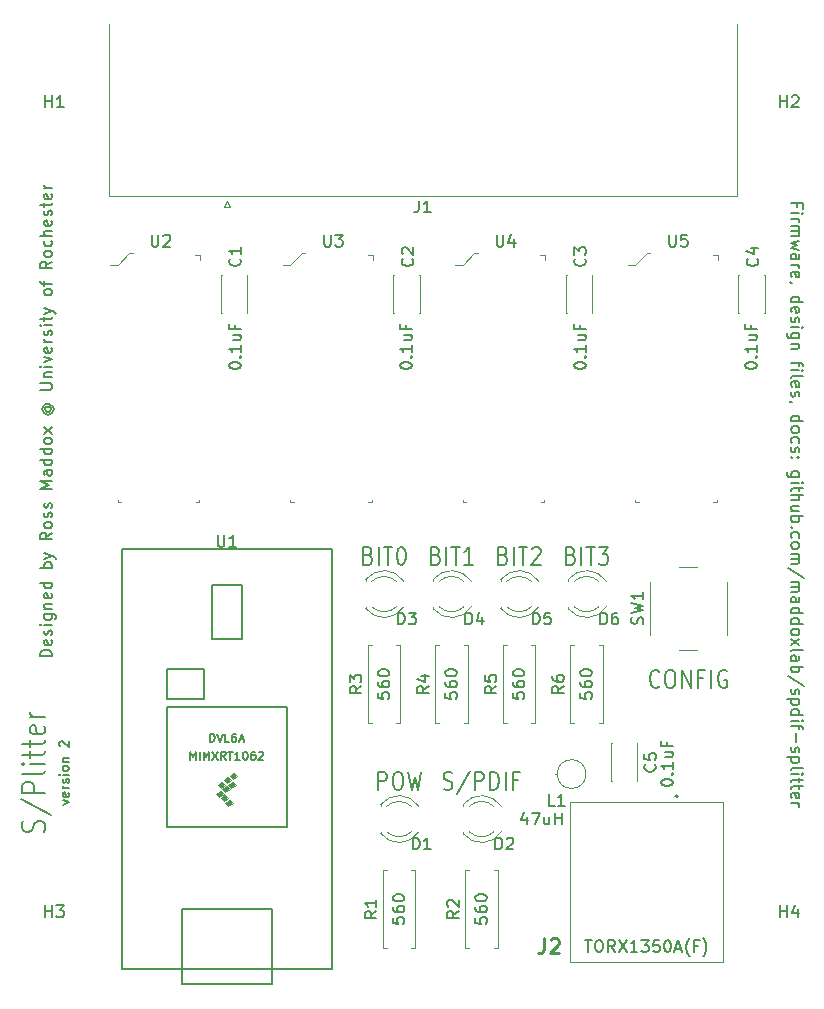
<source format=gbr>
%TF.GenerationSoftware,KiCad,Pcbnew,5.1.9-73d0e3b20d~88~ubuntu18.04.1*%
%TF.CreationDate,2021-08-18T16:09:51-04:00*%
%TF.ProjectId,spdif-decoder,73706469-662d-4646-9563-6f6465722e6b,rev?*%
%TF.SameCoordinates,Original*%
%TF.FileFunction,Legend,Top*%
%TF.FilePolarity,Positive*%
%FSLAX46Y46*%
G04 Gerber Fmt 4.6, Leading zero omitted, Abs format (unit mm)*
G04 Created by KiCad (PCBNEW 5.1.9-73d0e3b20d~88~ubuntu18.04.1) date 2021-08-18 16:09:51*
%MOMM*%
%LPD*%
G01*
G04 APERTURE LIST*
%ADD10C,0.150000*%
%ADD11C,0.200000*%
%ADD12C,0.100000*%
%ADD13C,0.120000*%
%ADD14C,0.254000*%
G04 APERTURE END LIST*
D10*
X64984380Y-99432857D02*
X64984380Y-99337619D01*
X65032000Y-99242380D01*
X65079619Y-99194761D01*
X65174857Y-99147142D01*
X65365333Y-99099523D01*
X65603428Y-99099523D01*
X65793904Y-99147142D01*
X65889142Y-99194761D01*
X65936761Y-99242380D01*
X65984380Y-99337619D01*
X65984380Y-99432857D01*
X65936761Y-99528095D01*
X65889142Y-99575714D01*
X65793904Y-99623333D01*
X65603428Y-99670952D01*
X65365333Y-99670952D01*
X65174857Y-99623333D01*
X65079619Y-99575714D01*
X65032000Y-99528095D01*
X64984380Y-99432857D01*
X65889142Y-98670952D02*
X65936761Y-98623333D01*
X65984380Y-98670952D01*
X65936761Y-98718571D01*
X65889142Y-98670952D01*
X65984380Y-98670952D01*
X65984380Y-97670952D02*
X65984380Y-98242380D01*
X65984380Y-97956666D02*
X64984380Y-97956666D01*
X65127238Y-98051904D01*
X65222476Y-98147142D01*
X65270095Y-98242380D01*
X65317714Y-96813809D02*
X65984380Y-96813809D01*
X65317714Y-97242380D02*
X65841523Y-97242380D01*
X65936761Y-97194761D01*
X65984380Y-97099523D01*
X65984380Y-96956666D01*
X65936761Y-96861428D01*
X65889142Y-96813809D01*
X65460571Y-96004285D02*
X65460571Y-96337619D01*
X65984380Y-96337619D02*
X64984380Y-96337619D01*
X64984380Y-95861428D01*
X79462380Y-99432857D02*
X79462380Y-99337619D01*
X79510000Y-99242380D01*
X79557619Y-99194761D01*
X79652857Y-99147142D01*
X79843333Y-99099523D01*
X80081428Y-99099523D01*
X80271904Y-99147142D01*
X80367142Y-99194761D01*
X80414761Y-99242380D01*
X80462380Y-99337619D01*
X80462380Y-99432857D01*
X80414761Y-99528095D01*
X80367142Y-99575714D01*
X80271904Y-99623333D01*
X80081428Y-99670952D01*
X79843333Y-99670952D01*
X79652857Y-99623333D01*
X79557619Y-99575714D01*
X79510000Y-99528095D01*
X79462380Y-99432857D01*
X80367142Y-98670952D02*
X80414761Y-98623333D01*
X80462380Y-98670952D01*
X80414761Y-98718571D01*
X80367142Y-98670952D01*
X80462380Y-98670952D01*
X80462380Y-97670952D02*
X80462380Y-98242380D01*
X80462380Y-97956666D02*
X79462380Y-97956666D01*
X79605238Y-98051904D01*
X79700476Y-98147142D01*
X79748095Y-98242380D01*
X79795714Y-96813809D02*
X80462380Y-96813809D01*
X79795714Y-97242380D02*
X80319523Y-97242380D01*
X80414761Y-97194761D01*
X80462380Y-97099523D01*
X80462380Y-96956666D01*
X80414761Y-96861428D01*
X80367142Y-96813809D01*
X79938571Y-96004285D02*
X79938571Y-96337619D01*
X80462380Y-96337619D02*
X79462380Y-96337619D01*
X79462380Y-95861428D01*
X108672380Y-99432857D02*
X108672380Y-99337619D01*
X108720000Y-99242380D01*
X108767619Y-99194761D01*
X108862857Y-99147142D01*
X109053333Y-99099523D01*
X109291428Y-99099523D01*
X109481904Y-99147142D01*
X109577142Y-99194761D01*
X109624761Y-99242380D01*
X109672380Y-99337619D01*
X109672380Y-99432857D01*
X109624761Y-99528095D01*
X109577142Y-99575714D01*
X109481904Y-99623333D01*
X109291428Y-99670952D01*
X109053333Y-99670952D01*
X108862857Y-99623333D01*
X108767619Y-99575714D01*
X108720000Y-99528095D01*
X108672380Y-99432857D01*
X109577142Y-98670952D02*
X109624761Y-98623333D01*
X109672380Y-98670952D01*
X109624761Y-98718571D01*
X109577142Y-98670952D01*
X109672380Y-98670952D01*
X109672380Y-97670952D02*
X109672380Y-98242380D01*
X109672380Y-97956666D02*
X108672380Y-97956666D01*
X108815238Y-98051904D01*
X108910476Y-98147142D01*
X108958095Y-98242380D01*
X109005714Y-96813809D02*
X109672380Y-96813809D01*
X109005714Y-97242380D02*
X109529523Y-97242380D01*
X109624761Y-97194761D01*
X109672380Y-97099523D01*
X109672380Y-96956666D01*
X109624761Y-96861428D01*
X109577142Y-96813809D01*
X109148571Y-96004285D02*
X109148571Y-96337619D01*
X109672380Y-96337619D02*
X108672380Y-96337619D01*
X108672380Y-95861428D01*
X94194380Y-99432857D02*
X94194380Y-99337619D01*
X94242000Y-99242380D01*
X94289619Y-99194761D01*
X94384857Y-99147142D01*
X94575333Y-99099523D01*
X94813428Y-99099523D01*
X95003904Y-99147142D01*
X95099142Y-99194761D01*
X95146761Y-99242380D01*
X95194380Y-99337619D01*
X95194380Y-99432857D01*
X95146761Y-99528095D01*
X95099142Y-99575714D01*
X95003904Y-99623333D01*
X94813428Y-99670952D01*
X94575333Y-99670952D01*
X94384857Y-99623333D01*
X94289619Y-99575714D01*
X94242000Y-99528095D01*
X94194380Y-99432857D01*
X95099142Y-98670952D02*
X95146761Y-98623333D01*
X95194380Y-98670952D01*
X95146761Y-98718571D01*
X95099142Y-98670952D01*
X95194380Y-98670952D01*
X95194380Y-97670952D02*
X95194380Y-98242380D01*
X95194380Y-97956666D02*
X94194380Y-97956666D01*
X94337238Y-98051904D01*
X94432476Y-98147142D01*
X94480095Y-98242380D01*
X94527714Y-96813809D02*
X95194380Y-96813809D01*
X94527714Y-97242380D02*
X95051523Y-97242380D01*
X95146761Y-97194761D01*
X95194380Y-97099523D01*
X95194380Y-96956666D01*
X95146761Y-96861428D01*
X95099142Y-96813809D01*
X94670571Y-96004285D02*
X94670571Y-96337619D01*
X95194380Y-96337619D02*
X94194380Y-96337619D01*
X94194380Y-95861428D01*
X101560380Y-134738857D02*
X101560380Y-134643619D01*
X101608000Y-134548380D01*
X101655619Y-134500761D01*
X101750857Y-134453142D01*
X101941333Y-134405523D01*
X102179428Y-134405523D01*
X102369904Y-134453142D01*
X102465142Y-134500761D01*
X102512761Y-134548380D01*
X102560380Y-134643619D01*
X102560380Y-134738857D01*
X102512761Y-134834095D01*
X102465142Y-134881714D01*
X102369904Y-134929333D01*
X102179428Y-134976952D01*
X101941333Y-134976952D01*
X101750857Y-134929333D01*
X101655619Y-134881714D01*
X101608000Y-134834095D01*
X101560380Y-134738857D01*
X102465142Y-133976952D02*
X102512761Y-133929333D01*
X102560380Y-133976952D01*
X102512761Y-134024571D01*
X102465142Y-133976952D01*
X102560380Y-133976952D01*
X102560380Y-132976952D02*
X102560380Y-133548380D01*
X102560380Y-133262666D02*
X101560380Y-133262666D01*
X101703238Y-133357904D01*
X101798476Y-133453142D01*
X101846095Y-133548380D01*
X101893714Y-132119809D02*
X102560380Y-132119809D01*
X101893714Y-132548380D02*
X102417523Y-132548380D01*
X102512761Y-132500761D01*
X102560380Y-132405523D01*
X102560380Y-132262666D01*
X102512761Y-132167428D01*
X102465142Y-132119809D01*
X102036571Y-131310285D02*
X102036571Y-131643619D01*
X102560380Y-131643619D02*
X101560380Y-131643619D01*
X101560380Y-131167428D01*
X95115714Y-148042380D02*
X95687142Y-148042380D01*
X95401428Y-149042380D02*
X95401428Y-148042380D01*
X96210952Y-148042380D02*
X96401428Y-148042380D01*
X96496666Y-148090000D01*
X96591904Y-148185238D01*
X96639523Y-148375714D01*
X96639523Y-148709047D01*
X96591904Y-148899523D01*
X96496666Y-148994761D01*
X96401428Y-149042380D01*
X96210952Y-149042380D01*
X96115714Y-148994761D01*
X96020476Y-148899523D01*
X95972857Y-148709047D01*
X95972857Y-148375714D01*
X96020476Y-148185238D01*
X96115714Y-148090000D01*
X96210952Y-148042380D01*
X97639523Y-149042380D02*
X97306190Y-148566190D01*
X97068095Y-149042380D02*
X97068095Y-148042380D01*
X97449047Y-148042380D01*
X97544285Y-148090000D01*
X97591904Y-148137619D01*
X97639523Y-148232857D01*
X97639523Y-148375714D01*
X97591904Y-148470952D01*
X97544285Y-148518571D01*
X97449047Y-148566190D01*
X97068095Y-148566190D01*
X97972857Y-148042380D02*
X98639523Y-149042380D01*
X98639523Y-148042380D02*
X97972857Y-149042380D01*
X99544285Y-149042380D02*
X98972857Y-149042380D01*
X99258571Y-149042380D02*
X99258571Y-148042380D01*
X99163333Y-148185238D01*
X99068095Y-148280476D01*
X98972857Y-148328095D01*
X99877619Y-148042380D02*
X100496666Y-148042380D01*
X100163333Y-148423333D01*
X100306190Y-148423333D01*
X100401428Y-148470952D01*
X100449047Y-148518571D01*
X100496666Y-148613809D01*
X100496666Y-148851904D01*
X100449047Y-148947142D01*
X100401428Y-148994761D01*
X100306190Y-149042380D01*
X100020476Y-149042380D01*
X99925238Y-148994761D01*
X99877619Y-148947142D01*
X101401428Y-148042380D02*
X100925238Y-148042380D01*
X100877619Y-148518571D01*
X100925238Y-148470952D01*
X101020476Y-148423333D01*
X101258571Y-148423333D01*
X101353809Y-148470952D01*
X101401428Y-148518571D01*
X101449047Y-148613809D01*
X101449047Y-148851904D01*
X101401428Y-148947142D01*
X101353809Y-148994761D01*
X101258571Y-149042380D01*
X101020476Y-149042380D01*
X100925238Y-148994761D01*
X100877619Y-148947142D01*
X102068095Y-148042380D02*
X102163333Y-148042380D01*
X102258571Y-148090000D01*
X102306190Y-148137619D01*
X102353809Y-148232857D01*
X102401428Y-148423333D01*
X102401428Y-148661428D01*
X102353809Y-148851904D01*
X102306190Y-148947142D01*
X102258571Y-148994761D01*
X102163333Y-149042380D01*
X102068095Y-149042380D01*
X101972857Y-148994761D01*
X101925238Y-148947142D01*
X101877619Y-148851904D01*
X101830000Y-148661428D01*
X101830000Y-148423333D01*
X101877619Y-148232857D01*
X101925238Y-148137619D01*
X101972857Y-148090000D01*
X102068095Y-148042380D01*
X102782380Y-148756666D02*
X103258571Y-148756666D01*
X102687142Y-149042380D02*
X103020476Y-148042380D01*
X103353809Y-149042380D01*
X103972857Y-149423333D02*
X103925238Y-149375714D01*
X103830000Y-149232857D01*
X103782380Y-149137619D01*
X103734761Y-148994761D01*
X103687142Y-148756666D01*
X103687142Y-148566190D01*
X103734761Y-148328095D01*
X103782380Y-148185238D01*
X103830000Y-148090000D01*
X103925238Y-147947142D01*
X103972857Y-147899523D01*
X104687142Y-148518571D02*
X104353809Y-148518571D01*
X104353809Y-149042380D02*
X104353809Y-148042380D01*
X104830000Y-148042380D01*
X105115714Y-149423333D02*
X105163333Y-149375714D01*
X105258571Y-149232857D01*
X105306190Y-149137619D01*
X105353809Y-148994761D01*
X105401428Y-148756666D01*
X105401428Y-148566190D01*
X105353809Y-148328095D01*
X105306190Y-148185238D01*
X105258571Y-148090000D01*
X105163333Y-147947142D01*
X105115714Y-147899523D01*
X90178095Y-137580714D02*
X90178095Y-138247380D01*
X89940000Y-137199761D02*
X89701904Y-137914047D01*
X90320952Y-137914047D01*
X90606666Y-137247380D02*
X91273333Y-137247380D01*
X90844761Y-138247380D01*
X92082857Y-137580714D02*
X92082857Y-138247380D01*
X91654285Y-137580714D02*
X91654285Y-138104523D01*
X91701904Y-138199761D01*
X91797142Y-138247380D01*
X91940000Y-138247380D01*
X92035238Y-138199761D01*
X92082857Y-138152142D01*
X92559047Y-138247380D02*
X92559047Y-137247380D01*
X92559047Y-137723571D02*
X93130476Y-137723571D01*
X93130476Y-138247380D02*
X93130476Y-137247380D01*
X77557380Y-127079285D02*
X77557380Y-127555476D01*
X78033571Y-127603095D01*
X77985952Y-127555476D01*
X77938333Y-127460238D01*
X77938333Y-127222142D01*
X77985952Y-127126904D01*
X78033571Y-127079285D01*
X78128809Y-127031666D01*
X78366904Y-127031666D01*
X78462142Y-127079285D01*
X78509761Y-127126904D01*
X78557380Y-127222142D01*
X78557380Y-127460238D01*
X78509761Y-127555476D01*
X78462142Y-127603095D01*
X77557380Y-126174523D02*
X77557380Y-126365000D01*
X77605000Y-126460238D01*
X77652619Y-126507857D01*
X77795476Y-126603095D01*
X77985952Y-126650714D01*
X78366904Y-126650714D01*
X78462142Y-126603095D01*
X78509761Y-126555476D01*
X78557380Y-126460238D01*
X78557380Y-126269761D01*
X78509761Y-126174523D01*
X78462142Y-126126904D01*
X78366904Y-126079285D01*
X78128809Y-126079285D01*
X78033571Y-126126904D01*
X77985952Y-126174523D01*
X77938333Y-126269761D01*
X77938333Y-126460238D01*
X77985952Y-126555476D01*
X78033571Y-126603095D01*
X78128809Y-126650714D01*
X77557380Y-125460238D02*
X77557380Y-125365000D01*
X77605000Y-125269761D01*
X77652619Y-125222142D01*
X77747857Y-125174523D01*
X77938333Y-125126904D01*
X78176428Y-125126904D01*
X78366904Y-125174523D01*
X78462142Y-125222142D01*
X78509761Y-125269761D01*
X78557380Y-125365000D01*
X78557380Y-125460238D01*
X78509761Y-125555476D01*
X78462142Y-125603095D01*
X78366904Y-125650714D01*
X78176428Y-125698333D01*
X77938333Y-125698333D01*
X77747857Y-125650714D01*
X77652619Y-125603095D01*
X77605000Y-125555476D01*
X77557380Y-125460238D01*
X83272380Y-127079285D02*
X83272380Y-127555476D01*
X83748571Y-127603095D01*
X83700952Y-127555476D01*
X83653333Y-127460238D01*
X83653333Y-127222142D01*
X83700952Y-127126904D01*
X83748571Y-127079285D01*
X83843809Y-127031666D01*
X84081904Y-127031666D01*
X84177142Y-127079285D01*
X84224761Y-127126904D01*
X84272380Y-127222142D01*
X84272380Y-127460238D01*
X84224761Y-127555476D01*
X84177142Y-127603095D01*
X83272380Y-126174523D02*
X83272380Y-126365000D01*
X83320000Y-126460238D01*
X83367619Y-126507857D01*
X83510476Y-126603095D01*
X83700952Y-126650714D01*
X84081904Y-126650714D01*
X84177142Y-126603095D01*
X84224761Y-126555476D01*
X84272380Y-126460238D01*
X84272380Y-126269761D01*
X84224761Y-126174523D01*
X84177142Y-126126904D01*
X84081904Y-126079285D01*
X83843809Y-126079285D01*
X83748571Y-126126904D01*
X83700952Y-126174523D01*
X83653333Y-126269761D01*
X83653333Y-126460238D01*
X83700952Y-126555476D01*
X83748571Y-126603095D01*
X83843809Y-126650714D01*
X83272380Y-125460238D02*
X83272380Y-125365000D01*
X83320000Y-125269761D01*
X83367619Y-125222142D01*
X83462857Y-125174523D01*
X83653333Y-125126904D01*
X83891428Y-125126904D01*
X84081904Y-125174523D01*
X84177142Y-125222142D01*
X84224761Y-125269761D01*
X84272380Y-125365000D01*
X84272380Y-125460238D01*
X84224761Y-125555476D01*
X84177142Y-125603095D01*
X84081904Y-125650714D01*
X83891428Y-125698333D01*
X83653333Y-125698333D01*
X83462857Y-125650714D01*
X83367619Y-125603095D01*
X83320000Y-125555476D01*
X83272380Y-125460238D01*
X88987380Y-127079285D02*
X88987380Y-127555476D01*
X89463571Y-127603095D01*
X89415952Y-127555476D01*
X89368333Y-127460238D01*
X89368333Y-127222142D01*
X89415952Y-127126904D01*
X89463571Y-127079285D01*
X89558809Y-127031666D01*
X89796904Y-127031666D01*
X89892142Y-127079285D01*
X89939761Y-127126904D01*
X89987380Y-127222142D01*
X89987380Y-127460238D01*
X89939761Y-127555476D01*
X89892142Y-127603095D01*
X88987380Y-126174523D02*
X88987380Y-126365000D01*
X89035000Y-126460238D01*
X89082619Y-126507857D01*
X89225476Y-126603095D01*
X89415952Y-126650714D01*
X89796904Y-126650714D01*
X89892142Y-126603095D01*
X89939761Y-126555476D01*
X89987380Y-126460238D01*
X89987380Y-126269761D01*
X89939761Y-126174523D01*
X89892142Y-126126904D01*
X89796904Y-126079285D01*
X89558809Y-126079285D01*
X89463571Y-126126904D01*
X89415952Y-126174523D01*
X89368333Y-126269761D01*
X89368333Y-126460238D01*
X89415952Y-126555476D01*
X89463571Y-126603095D01*
X89558809Y-126650714D01*
X88987380Y-125460238D02*
X88987380Y-125365000D01*
X89035000Y-125269761D01*
X89082619Y-125222142D01*
X89177857Y-125174523D01*
X89368333Y-125126904D01*
X89606428Y-125126904D01*
X89796904Y-125174523D01*
X89892142Y-125222142D01*
X89939761Y-125269761D01*
X89987380Y-125365000D01*
X89987380Y-125460238D01*
X89939761Y-125555476D01*
X89892142Y-125603095D01*
X89796904Y-125650714D01*
X89606428Y-125698333D01*
X89368333Y-125698333D01*
X89177857Y-125650714D01*
X89082619Y-125603095D01*
X89035000Y-125555476D01*
X88987380Y-125460238D01*
X94702380Y-127079285D02*
X94702380Y-127555476D01*
X95178571Y-127603095D01*
X95130952Y-127555476D01*
X95083333Y-127460238D01*
X95083333Y-127222142D01*
X95130952Y-127126904D01*
X95178571Y-127079285D01*
X95273809Y-127031666D01*
X95511904Y-127031666D01*
X95607142Y-127079285D01*
X95654761Y-127126904D01*
X95702380Y-127222142D01*
X95702380Y-127460238D01*
X95654761Y-127555476D01*
X95607142Y-127603095D01*
X94702380Y-126174523D02*
X94702380Y-126365000D01*
X94750000Y-126460238D01*
X94797619Y-126507857D01*
X94940476Y-126603095D01*
X95130952Y-126650714D01*
X95511904Y-126650714D01*
X95607142Y-126603095D01*
X95654761Y-126555476D01*
X95702380Y-126460238D01*
X95702380Y-126269761D01*
X95654761Y-126174523D01*
X95607142Y-126126904D01*
X95511904Y-126079285D01*
X95273809Y-126079285D01*
X95178571Y-126126904D01*
X95130952Y-126174523D01*
X95083333Y-126269761D01*
X95083333Y-126460238D01*
X95130952Y-126555476D01*
X95178571Y-126603095D01*
X95273809Y-126650714D01*
X94702380Y-125460238D02*
X94702380Y-125365000D01*
X94750000Y-125269761D01*
X94797619Y-125222142D01*
X94892857Y-125174523D01*
X95083333Y-125126904D01*
X95321428Y-125126904D01*
X95511904Y-125174523D01*
X95607142Y-125222142D01*
X95654761Y-125269761D01*
X95702380Y-125365000D01*
X95702380Y-125460238D01*
X95654761Y-125555476D01*
X95607142Y-125603095D01*
X95511904Y-125650714D01*
X95321428Y-125698333D01*
X95083333Y-125698333D01*
X94892857Y-125650714D01*
X94797619Y-125603095D01*
X94750000Y-125555476D01*
X94702380Y-125460238D01*
X78827380Y-146129285D02*
X78827380Y-146605476D01*
X79303571Y-146653095D01*
X79255952Y-146605476D01*
X79208333Y-146510238D01*
X79208333Y-146272142D01*
X79255952Y-146176904D01*
X79303571Y-146129285D01*
X79398809Y-146081666D01*
X79636904Y-146081666D01*
X79732142Y-146129285D01*
X79779761Y-146176904D01*
X79827380Y-146272142D01*
X79827380Y-146510238D01*
X79779761Y-146605476D01*
X79732142Y-146653095D01*
X78827380Y-145224523D02*
X78827380Y-145415000D01*
X78875000Y-145510238D01*
X78922619Y-145557857D01*
X79065476Y-145653095D01*
X79255952Y-145700714D01*
X79636904Y-145700714D01*
X79732142Y-145653095D01*
X79779761Y-145605476D01*
X79827380Y-145510238D01*
X79827380Y-145319761D01*
X79779761Y-145224523D01*
X79732142Y-145176904D01*
X79636904Y-145129285D01*
X79398809Y-145129285D01*
X79303571Y-145176904D01*
X79255952Y-145224523D01*
X79208333Y-145319761D01*
X79208333Y-145510238D01*
X79255952Y-145605476D01*
X79303571Y-145653095D01*
X79398809Y-145700714D01*
X78827380Y-144510238D02*
X78827380Y-144415000D01*
X78875000Y-144319761D01*
X78922619Y-144272142D01*
X79017857Y-144224523D01*
X79208333Y-144176904D01*
X79446428Y-144176904D01*
X79636904Y-144224523D01*
X79732142Y-144272142D01*
X79779761Y-144319761D01*
X79827380Y-144415000D01*
X79827380Y-144510238D01*
X79779761Y-144605476D01*
X79732142Y-144653095D01*
X79636904Y-144700714D01*
X79446428Y-144748333D01*
X79208333Y-144748333D01*
X79017857Y-144700714D01*
X78922619Y-144653095D01*
X78875000Y-144605476D01*
X78827380Y-144510238D01*
X85812380Y-146129285D02*
X85812380Y-146605476D01*
X86288571Y-146653095D01*
X86240952Y-146605476D01*
X86193333Y-146510238D01*
X86193333Y-146272142D01*
X86240952Y-146176904D01*
X86288571Y-146129285D01*
X86383809Y-146081666D01*
X86621904Y-146081666D01*
X86717142Y-146129285D01*
X86764761Y-146176904D01*
X86812380Y-146272142D01*
X86812380Y-146510238D01*
X86764761Y-146605476D01*
X86717142Y-146653095D01*
X85812380Y-145224523D02*
X85812380Y-145415000D01*
X85860000Y-145510238D01*
X85907619Y-145557857D01*
X86050476Y-145653095D01*
X86240952Y-145700714D01*
X86621904Y-145700714D01*
X86717142Y-145653095D01*
X86764761Y-145605476D01*
X86812380Y-145510238D01*
X86812380Y-145319761D01*
X86764761Y-145224523D01*
X86717142Y-145176904D01*
X86621904Y-145129285D01*
X86383809Y-145129285D01*
X86288571Y-145176904D01*
X86240952Y-145224523D01*
X86193333Y-145319761D01*
X86193333Y-145510238D01*
X86240952Y-145605476D01*
X86288571Y-145653095D01*
X86383809Y-145700714D01*
X85812380Y-144510238D02*
X85812380Y-144415000D01*
X85860000Y-144319761D01*
X85907619Y-144272142D01*
X86002857Y-144224523D01*
X86193333Y-144176904D01*
X86431428Y-144176904D01*
X86621904Y-144224523D01*
X86717142Y-144272142D01*
X86764761Y-144319761D01*
X86812380Y-144415000D01*
X86812380Y-144510238D01*
X86764761Y-144605476D01*
X86717142Y-144653095D01*
X86621904Y-144700714D01*
X86431428Y-144748333D01*
X86193333Y-144748333D01*
X86002857Y-144700714D01*
X85907619Y-144653095D01*
X85860000Y-144605476D01*
X85812380Y-144510238D01*
X113101428Y-85982142D02*
X113101428Y-85648809D01*
X112577619Y-85648809D02*
X113577619Y-85648809D01*
X113577619Y-86125000D01*
X112577619Y-86505952D02*
X113244285Y-86505952D01*
X113577619Y-86505952D02*
X113530000Y-86458333D01*
X113482380Y-86505952D01*
X113530000Y-86553571D01*
X113577619Y-86505952D01*
X113482380Y-86505952D01*
X112577619Y-86982142D02*
X113244285Y-86982142D01*
X113053809Y-86982142D02*
X113149047Y-87029761D01*
X113196666Y-87077380D01*
X113244285Y-87172619D01*
X113244285Y-87267857D01*
X112577619Y-87601190D02*
X113244285Y-87601190D01*
X113149047Y-87601190D02*
X113196666Y-87648809D01*
X113244285Y-87744047D01*
X113244285Y-87886904D01*
X113196666Y-87982142D01*
X113101428Y-88029761D01*
X112577619Y-88029761D01*
X113101428Y-88029761D02*
X113196666Y-88077380D01*
X113244285Y-88172619D01*
X113244285Y-88315476D01*
X113196666Y-88410714D01*
X113101428Y-88458333D01*
X112577619Y-88458333D01*
X113244285Y-88839285D02*
X112577619Y-89029761D01*
X113053809Y-89220238D01*
X112577619Y-89410714D01*
X113244285Y-89601190D01*
X112577619Y-90410714D02*
X113101428Y-90410714D01*
X113196666Y-90363095D01*
X113244285Y-90267857D01*
X113244285Y-90077380D01*
X113196666Y-89982142D01*
X112625238Y-90410714D02*
X112577619Y-90315476D01*
X112577619Y-90077380D01*
X112625238Y-89982142D01*
X112720476Y-89934523D01*
X112815714Y-89934523D01*
X112910952Y-89982142D01*
X112958571Y-90077380D01*
X112958571Y-90315476D01*
X113006190Y-90410714D01*
X112577619Y-90886904D02*
X113244285Y-90886904D01*
X113053809Y-90886904D02*
X113149047Y-90934523D01*
X113196666Y-90982142D01*
X113244285Y-91077380D01*
X113244285Y-91172619D01*
X112625238Y-91886904D02*
X112577619Y-91791666D01*
X112577619Y-91601190D01*
X112625238Y-91505952D01*
X112720476Y-91458333D01*
X113101428Y-91458333D01*
X113196666Y-91505952D01*
X113244285Y-91601190D01*
X113244285Y-91791666D01*
X113196666Y-91886904D01*
X113101428Y-91934523D01*
X113006190Y-91934523D01*
X112910952Y-91458333D01*
X112625238Y-92410714D02*
X112577619Y-92410714D01*
X112482380Y-92363095D01*
X112434761Y-92315476D01*
X112577619Y-94029761D02*
X113577619Y-94029761D01*
X112625238Y-94029761D02*
X112577619Y-93934523D01*
X112577619Y-93744047D01*
X112625238Y-93648809D01*
X112672857Y-93601190D01*
X112768095Y-93553571D01*
X113053809Y-93553571D01*
X113149047Y-93601190D01*
X113196666Y-93648809D01*
X113244285Y-93744047D01*
X113244285Y-93934523D01*
X113196666Y-94029761D01*
X112625238Y-94886904D02*
X112577619Y-94791666D01*
X112577619Y-94601190D01*
X112625238Y-94505952D01*
X112720476Y-94458333D01*
X113101428Y-94458333D01*
X113196666Y-94505952D01*
X113244285Y-94601190D01*
X113244285Y-94791666D01*
X113196666Y-94886904D01*
X113101428Y-94934523D01*
X113006190Y-94934523D01*
X112910952Y-94458333D01*
X112625238Y-95315476D02*
X112577619Y-95410714D01*
X112577619Y-95601190D01*
X112625238Y-95696428D01*
X112720476Y-95744047D01*
X112768095Y-95744047D01*
X112863333Y-95696428D01*
X112910952Y-95601190D01*
X112910952Y-95458333D01*
X112958571Y-95363095D01*
X113053809Y-95315476D01*
X113101428Y-95315476D01*
X113196666Y-95363095D01*
X113244285Y-95458333D01*
X113244285Y-95601190D01*
X113196666Y-95696428D01*
X112577619Y-96172619D02*
X113244285Y-96172619D01*
X113577619Y-96172619D02*
X113530000Y-96125000D01*
X113482380Y-96172619D01*
X113530000Y-96220238D01*
X113577619Y-96172619D01*
X113482380Y-96172619D01*
X113244285Y-97077380D02*
X112434761Y-97077380D01*
X112339523Y-97029761D01*
X112291904Y-96982142D01*
X112244285Y-96886904D01*
X112244285Y-96744047D01*
X112291904Y-96648809D01*
X112625238Y-97077380D02*
X112577619Y-96982142D01*
X112577619Y-96791666D01*
X112625238Y-96696428D01*
X112672857Y-96648809D01*
X112768095Y-96601190D01*
X113053809Y-96601190D01*
X113149047Y-96648809D01*
X113196666Y-96696428D01*
X113244285Y-96791666D01*
X113244285Y-96982142D01*
X113196666Y-97077380D01*
X113244285Y-97553571D02*
X112577619Y-97553571D01*
X113149047Y-97553571D02*
X113196666Y-97601190D01*
X113244285Y-97696428D01*
X113244285Y-97839285D01*
X113196666Y-97934523D01*
X113101428Y-97982142D01*
X112577619Y-97982142D01*
X113244285Y-99077380D02*
X113244285Y-99458333D01*
X112577619Y-99220238D02*
X113434761Y-99220238D01*
X113530000Y-99267857D01*
X113577619Y-99363095D01*
X113577619Y-99458333D01*
X112577619Y-99791666D02*
X113244285Y-99791666D01*
X113577619Y-99791666D02*
X113530000Y-99744047D01*
X113482380Y-99791666D01*
X113530000Y-99839285D01*
X113577619Y-99791666D01*
X113482380Y-99791666D01*
X112577619Y-100410714D02*
X112625238Y-100315476D01*
X112720476Y-100267857D01*
X113577619Y-100267857D01*
X112625238Y-101172619D02*
X112577619Y-101077380D01*
X112577619Y-100886904D01*
X112625238Y-100791666D01*
X112720476Y-100744047D01*
X113101428Y-100744047D01*
X113196666Y-100791666D01*
X113244285Y-100886904D01*
X113244285Y-101077380D01*
X113196666Y-101172619D01*
X113101428Y-101220238D01*
X113006190Y-101220238D01*
X112910952Y-100744047D01*
X112625238Y-101601190D02*
X112577619Y-101696428D01*
X112577619Y-101886904D01*
X112625238Y-101982142D01*
X112720476Y-102029761D01*
X112768095Y-102029761D01*
X112863333Y-101982142D01*
X112910952Y-101886904D01*
X112910952Y-101744047D01*
X112958571Y-101648809D01*
X113053809Y-101601190D01*
X113101428Y-101601190D01*
X113196666Y-101648809D01*
X113244285Y-101744047D01*
X113244285Y-101886904D01*
X113196666Y-101982142D01*
X112625238Y-102505952D02*
X112577619Y-102505952D01*
X112482380Y-102458333D01*
X112434761Y-102410714D01*
X112577619Y-104125000D02*
X113577619Y-104125000D01*
X112625238Y-104125000D02*
X112577619Y-104029761D01*
X112577619Y-103839285D01*
X112625238Y-103744047D01*
X112672857Y-103696428D01*
X112768095Y-103648809D01*
X113053809Y-103648809D01*
X113149047Y-103696428D01*
X113196666Y-103744047D01*
X113244285Y-103839285D01*
X113244285Y-104029761D01*
X113196666Y-104125000D01*
X112577619Y-104744047D02*
X112625238Y-104648809D01*
X112672857Y-104601190D01*
X112768095Y-104553571D01*
X113053809Y-104553571D01*
X113149047Y-104601190D01*
X113196666Y-104648809D01*
X113244285Y-104744047D01*
X113244285Y-104886904D01*
X113196666Y-104982142D01*
X113149047Y-105029761D01*
X113053809Y-105077380D01*
X112768095Y-105077380D01*
X112672857Y-105029761D01*
X112625238Y-104982142D01*
X112577619Y-104886904D01*
X112577619Y-104744047D01*
X112625238Y-105934523D02*
X112577619Y-105839285D01*
X112577619Y-105648809D01*
X112625238Y-105553571D01*
X112672857Y-105505952D01*
X112768095Y-105458333D01*
X113053809Y-105458333D01*
X113149047Y-105505952D01*
X113196666Y-105553571D01*
X113244285Y-105648809D01*
X113244285Y-105839285D01*
X113196666Y-105934523D01*
X112625238Y-106315476D02*
X112577619Y-106410714D01*
X112577619Y-106601190D01*
X112625238Y-106696428D01*
X112720476Y-106744047D01*
X112768095Y-106744047D01*
X112863333Y-106696428D01*
X112910952Y-106601190D01*
X112910952Y-106458333D01*
X112958571Y-106363095D01*
X113053809Y-106315476D01*
X113101428Y-106315476D01*
X113196666Y-106363095D01*
X113244285Y-106458333D01*
X113244285Y-106601190D01*
X113196666Y-106696428D01*
X112672857Y-107172619D02*
X112625238Y-107220238D01*
X112577619Y-107172619D01*
X112625238Y-107125000D01*
X112672857Y-107172619D01*
X112577619Y-107172619D01*
X113196666Y-107172619D02*
X113149047Y-107220238D01*
X113101428Y-107172619D01*
X113149047Y-107125000D01*
X113196666Y-107172619D01*
X113101428Y-107172619D01*
X113244285Y-108839285D02*
X112434761Y-108839285D01*
X112339523Y-108791666D01*
X112291904Y-108744047D01*
X112244285Y-108648809D01*
X112244285Y-108505952D01*
X112291904Y-108410714D01*
X112625238Y-108839285D02*
X112577619Y-108744047D01*
X112577619Y-108553571D01*
X112625238Y-108458333D01*
X112672857Y-108410714D01*
X112768095Y-108363095D01*
X113053809Y-108363095D01*
X113149047Y-108410714D01*
X113196666Y-108458333D01*
X113244285Y-108553571D01*
X113244285Y-108744047D01*
X113196666Y-108839285D01*
X112577619Y-109315476D02*
X113244285Y-109315476D01*
X113577619Y-109315476D02*
X113530000Y-109267857D01*
X113482380Y-109315476D01*
X113530000Y-109363095D01*
X113577619Y-109315476D01*
X113482380Y-109315476D01*
X113244285Y-109648809D02*
X113244285Y-110029761D01*
X113577619Y-109791666D02*
X112720476Y-109791666D01*
X112625238Y-109839285D01*
X112577619Y-109934523D01*
X112577619Y-110029761D01*
X112577619Y-110363095D02*
X113577619Y-110363095D01*
X112577619Y-110791666D02*
X113101428Y-110791666D01*
X113196666Y-110744047D01*
X113244285Y-110648809D01*
X113244285Y-110505952D01*
X113196666Y-110410714D01*
X113149047Y-110363095D01*
X113244285Y-111696428D02*
X112577619Y-111696428D01*
X113244285Y-111267857D02*
X112720476Y-111267857D01*
X112625238Y-111315476D01*
X112577619Y-111410714D01*
X112577619Y-111553571D01*
X112625238Y-111648809D01*
X112672857Y-111696428D01*
X112577619Y-112172619D02*
X113577619Y-112172619D01*
X113196666Y-112172619D02*
X113244285Y-112267857D01*
X113244285Y-112458333D01*
X113196666Y-112553571D01*
X113149047Y-112601190D01*
X113053809Y-112648809D01*
X112768095Y-112648809D01*
X112672857Y-112601190D01*
X112625238Y-112553571D01*
X112577619Y-112458333D01*
X112577619Y-112267857D01*
X112625238Y-112172619D01*
X112672857Y-113077380D02*
X112625238Y-113124999D01*
X112577619Y-113077380D01*
X112625238Y-113029761D01*
X112672857Y-113077380D01*
X112577619Y-113077380D01*
X112625238Y-113982142D02*
X112577619Y-113886904D01*
X112577619Y-113696428D01*
X112625238Y-113601190D01*
X112672857Y-113553571D01*
X112768095Y-113505952D01*
X113053809Y-113505952D01*
X113149047Y-113553571D01*
X113196666Y-113601190D01*
X113244285Y-113696428D01*
X113244285Y-113886904D01*
X113196666Y-113982142D01*
X112577619Y-114553571D02*
X112625238Y-114458333D01*
X112672857Y-114410714D01*
X112768095Y-114363095D01*
X113053809Y-114363095D01*
X113149047Y-114410714D01*
X113196666Y-114458333D01*
X113244285Y-114553571D01*
X113244285Y-114696428D01*
X113196666Y-114791666D01*
X113149047Y-114839285D01*
X113053809Y-114886904D01*
X112768095Y-114886904D01*
X112672857Y-114839285D01*
X112625238Y-114791666D01*
X112577619Y-114696428D01*
X112577619Y-114553571D01*
X112577619Y-115315476D02*
X113244285Y-115315476D01*
X113149047Y-115315476D02*
X113196666Y-115363095D01*
X113244285Y-115458333D01*
X113244285Y-115601190D01*
X113196666Y-115696428D01*
X113101428Y-115744047D01*
X112577619Y-115744047D01*
X113101428Y-115744047D02*
X113196666Y-115791666D01*
X113244285Y-115886904D01*
X113244285Y-116029761D01*
X113196666Y-116124999D01*
X113101428Y-116172619D01*
X112577619Y-116172619D01*
X113625238Y-117363095D02*
X112339523Y-116505952D01*
X112577619Y-117696428D02*
X113244285Y-117696428D01*
X113149047Y-117696428D02*
X113196666Y-117744047D01*
X113244285Y-117839285D01*
X113244285Y-117982142D01*
X113196666Y-118077380D01*
X113101428Y-118124999D01*
X112577619Y-118124999D01*
X113101428Y-118124999D02*
X113196666Y-118172619D01*
X113244285Y-118267857D01*
X113244285Y-118410714D01*
X113196666Y-118505952D01*
X113101428Y-118553571D01*
X112577619Y-118553571D01*
X112577619Y-119458333D02*
X113101428Y-119458333D01*
X113196666Y-119410714D01*
X113244285Y-119315476D01*
X113244285Y-119124999D01*
X113196666Y-119029761D01*
X112625238Y-119458333D02*
X112577619Y-119363095D01*
X112577619Y-119124999D01*
X112625238Y-119029761D01*
X112720476Y-118982142D01*
X112815714Y-118982142D01*
X112910952Y-119029761D01*
X112958571Y-119124999D01*
X112958571Y-119363095D01*
X113006190Y-119458333D01*
X112577619Y-120363095D02*
X113577619Y-120363095D01*
X112625238Y-120363095D02*
X112577619Y-120267857D01*
X112577619Y-120077380D01*
X112625238Y-119982142D01*
X112672857Y-119934523D01*
X112768095Y-119886904D01*
X113053809Y-119886904D01*
X113149047Y-119934523D01*
X113196666Y-119982142D01*
X113244285Y-120077380D01*
X113244285Y-120267857D01*
X113196666Y-120363095D01*
X112577619Y-121267857D02*
X113577619Y-121267857D01*
X112625238Y-121267857D02*
X112577619Y-121172619D01*
X112577619Y-120982142D01*
X112625238Y-120886904D01*
X112672857Y-120839285D01*
X112768095Y-120791666D01*
X113053809Y-120791666D01*
X113149047Y-120839285D01*
X113196666Y-120886904D01*
X113244285Y-120982142D01*
X113244285Y-121172619D01*
X113196666Y-121267857D01*
X112577619Y-121886904D02*
X112625238Y-121791666D01*
X112672857Y-121744047D01*
X112768095Y-121696428D01*
X113053809Y-121696428D01*
X113149047Y-121744047D01*
X113196666Y-121791666D01*
X113244285Y-121886904D01*
X113244285Y-122029761D01*
X113196666Y-122124999D01*
X113149047Y-122172619D01*
X113053809Y-122220238D01*
X112768095Y-122220238D01*
X112672857Y-122172619D01*
X112625238Y-122124999D01*
X112577619Y-122029761D01*
X112577619Y-121886904D01*
X112577619Y-122553571D02*
X113244285Y-123077380D01*
X113244285Y-122553571D02*
X112577619Y-123077380D01*
X112577619Y-123601190D02*
X112625238Y-123505952D01*
X112720476Y-123458333D01*
X113577619Y-123458333D01*
X112577619Y-124410714D02*
X113101428Y-124410714D01*
X113196666Y-124363095D01*
X113244285Y-124267857D01*
X113244285Y-124077380D01*
X113196666Y-123982142D01*
X112625238Y-124410714D02*
X112577619Y-124315476D01*
X112577619Y-124077380D01*
X112625238Y-123982142D01*
X112720476Y-123934523D01*
X112815714Y-123934523D01*
X112910952Y-123982142D01*
X112958571Y-124077380D01*
X112958571Y-124315476D01*
X113006190Y-124410714D01*
X112577619Y-124886904D02*
X113577619Y-124886904D01*
X113196666Y-124886904D02*
X113244285Y-124982142D01*
X113244285Y-125172619D01*
X113196666Y-125267857D01*
X113149047Y-125315476D01*
X113053809Y-125363095D01*
X112768095Y-125363095D01*
X112672857Y-125315476D01*
X112625238Y-125267857D01*
X112577619Y-125172619D01*
X112577619Y-124982142D01*
X112625238Y-124886904D01*
X113625238Y-126505952D02*
X112339523Y-125648809D01*
X112625238Y-126791666D02*
X112577619Y-126886904D01*
X112577619Y-127077380D01*
X112625238Y-127172619D01*
X112720476Y-127220238D01*
X112768095Y-127220238D01*
X112863333Y-127172619D01*
X112910952Y-127077380D01*
X112910952Y-126934523D01*
X112958571Y-126839285D01*
X113053809Y-126791666D01*
X113101428Y-126791666D01*
X113196666Y-126839285D01*
X113244285Y-126934523D01*
X113244285Y-127077380D01*
X113196666Y-127172619D01*
X113244285Y-127648809D02*
X112244285Y-127648809D01*
X113196666Y-127648809D02*
X113244285Y-127744047D01*
X113244285Y-127934523D01*
X113196666Y-128029761D01*
X113149047Y-128077380D01*
X113053809Y-128124999D01*
X112768095Y-128124999D01*
X112672857Y-128077380D01*
X112625238Y-128029761D01*
X112577619Y-127934523D01*
X112577619Y-127744047D01*
X112625238Y-127648809D01*
X112577619Y-128982142D02*
X113577619Y-128982142D01*
X112625238Y-128982142D02*
X112577619Y-128886904D01*
X112577619Y-128696428D01*
X112625238Y-128601190D01*
X112672857Y-128553571D01*
X112768095Y-128505952D01*
X113053809Y-128505952D01*
X113149047Y-128553571D01*
X113196666Y-128601190D01*
X113244285Y-128696428D01*
X113244285Y-128886904D01*
X113196666Y-128982142D01*
X112577619Y-129458333D02*
X113244285Y-129458333D01*
X113577619Y-129458333D02*
X113530000Y-129410714D01*
X113482380Y-129458333D01*
X113530000Y-129505952D01*
X113577619Y-129458333D01*
X113482380Y-129458333D01*
X113244285Y-129791666D02*
X113244285Y-130172619D01*
X112577619Y-129934523D02*
X113434761Y-129934523D01*
X113530000Y-129982142D01*
X113577619Y-130077380D01*
X113577619Y-130172619D01*
X112958571Y-130505952D02*
X112958571Y-131267857D01*
X112625238Y-131696428D02*
X112577619Y-131791666D01*
X112577619Y-131982142D01*
X112625238Y-132077380D01*
X112720476Y-132124999D01*
X112768095Y-132124999D01*
X112863333Y-132077380D01*
X112910952Y-131982142D01*
X112910952Y-131839285D01*
X112958571Y-131744047D01*
X113053809Y-131696428D01*
X113101428Y-131696428D01*
X113196666Y-131744047D01*
X113244285Y-131839285D01*
X113244285Y-131982142D01*
X113196666Y-132077380D01*
X113244285Y-132553571D02*
X112244285Y-132553571D01*
X113196666Y-132553571D02*
X113244285Y-132648809D01*
X113244285Y-132839285D01*
X113196666Y-132934523D01*
X113149047Y-132982142D01*
X113053809Y-133029761D01*
X112768095Y-133029761D01*
X112672857Y-132982142D01*
X112625238Y-132934523D01*
X112577619Y-132839285D01*
X112577619Y-132648809D01*
X112625238Y-132553571D01*
X112577619Y-133601190D02*
X112625238Y-133505952D01*
X112720476Y-133458333D01*
X113577619Y-133458333D01*
X112577619Y-133982142D02*
X113244285Y-133982142D01*
X113577619Y-133982142D02*
X113530000Y-133934523D01*
X113482380Y-133982142D01*
X113530000Y-134029761D01*
X113577619Y-133982142D01*
X113482380Y-133982142D01*
X113244285Y-134315476D02*
X113244285Y-134696428D01*
X113577619Y-134458333D02*
X112720476Y-134458333D01*
X112625238Y-134505952D01*
X112577619Y-134601190D01*
X112577619Y-134696428D01*
X113244285Y-134886904D02*
X113244285Y-135267857D01*
X113577619Y-135029761D02*
X112720476Y-135029761D01*
X112625238Y-135077380D01*
X112577619Y-135172619D01*
X112577619Y-135267857D01*
X112625238Y-135982142D02*
X112577619Y-135886904D01*
X112577619Y-135696428D01*
X112625238Y-135601190D01*
X112720476Y-135553571D01*
X113101428Y-135553571D01*
X113196666Y-135601190D01*
X113244285Y-135696428D01*
X113244285Y-135886904D01*
X113196666Y-135982142D01*
X113101428Y-136029761D01*
X113006190Y-136029761D01*
X112910952Y-135553571D01*
X112577619Y-136458333D02*
X113244285Y-136458333D01*
X113053809Y-136458333D02*
X113149047Y-136505952D01*
X113196666Y-136553571D01*
X113244285Y-136648809D01*
X113244285Y-136744047D01*
X49982380Y-124020952D02*
X48982380Y-124020952D01*
X48982380Y-123782857D01*
X49030000Y-123640000D01*
X49125238Y-123544761D01*
X49220476Y-123497142D01*
X49410952Y-123449523D01*
X49553809Y-123449523D01*
X49744285Y-123497142D01*
X49839523Y-123544761D01*
X49934761Y-123640000D01*
X49982380Y-123782857D01*
X49982380Y-124020952D01*
X49934761Y-122640000D02*
X49982380Y-122735238D01*
X49982380Y-122925714D01*
X49934761Y-123020952D01*
X49839523Y-123068571D01*
X49458571Y-123068571D01*
X49363333Y-123020952D01*
X49315714Y-122925714D01*
X49315714Y-122735238D01*
X49363333Y-122640000D01*
X49458571Y-122592380D01*
X49553809Y-122592380D01*
X49649047Y-123068571D01*
X49934761Y-122211428D02*
X49982380Y-122116190D01*
X49982380Y-121925714D01*
X49934761Y-121830476D01*
X49839523Y-121782857D01*
X49791904Y-121782857D01*
X49696666Y-121830476D01*
X49649047Y-121925714D01*
X49649047Y-122068571D01*
X49601428Y-122163809D01*
X49506190Y-122211428D01*
X49458571Y-122211428D01*
X49363333Y-122163809D01*
X49315714Y-122068571D01*
X49315714Y-121925714D01*
X49363333Y-121830476D01*
X49982380Y-121354285D02*
X49315714Y-121354285D01*
X48982380Y-121354285D02*
X49030000Y-121401904D01*
X49077619Y-121354285D01*
X49030000Y-121306666D01*
X48982380Y-121354285D01*
X49077619Y-121354285D01*
X49315714Y-120449523D02*
X50125238Y-120449523D01*
X50220476Y-120497142D01*
X50268095Y-120544761D01*
X50315714Y-120640000D01*
X50315714Y-120782857D01*
X50268095Y-120878095D01*
X49934761Y-120449523D02*
X49982380Y-120544761D01*
X49982380Y-120735238D01*
X49934761Y-120830476D01*
X49887142Y-120878095D01*
X49791904Y-120925714D01*
X49506190Y-120925714D01*
X49410952Y-120878095D01*
X49363333Y-120830476D01*
X49315714Y-120735238D01*
X49315714Y-120544761D01*
X49363333Y-120449523D01*
X49315714Y-119973333D02*
X49982380Y-119973333D01*
X49410952Y-119973333D02*
X49363333Y-119925714D01*
X49315714Y-119830476D01*
X49315714Y-119687619D01*
X49363333Y-119592380D01*
X49458571Y-119544761D01*
X49982380Y-119544761D01*
X49934761Y-118687619D02*
X49982380Y-118782857D01*
X49982380Y-118973333D01*
X49934761Y-119068571D01*
X49839523Y-119116190D01*
X49458571Y-119116190D01*
X49363333Y-119068571D01*
X49315714Y-118973333D01*
X49315714Y-118782857D01*
X49363333Y-118687619D01*
X49458571Y-118640000D01*
X49553809Y-118640000D01*
X49649047Y-119116190D01*
X49982380Y-117782857D02*
X48982380Y-117782857D01*
X49934761Y-117782857D02*
X49982380Y-117878095D01*
X49982380Y-118068571D01*
X49934761Y-118163809D01*
X49887142Y-118211428D01*
X49791904Y-118259047D01*
X49506190Y-118259047D01*
X49410952Y-118211428D01*
X49363333Y-118163809D01*
X49315714Y-118068571D01*
X49315714Y-117878095D01*
X49363333Y-117782857D01*
X49982380Y-116544761D02*
X48982380Y-116544761D01*
X49363333Y-116544761D02*
X49315714Y-116449523D01*
X49315714Y-116259047D01*
X49363333Y-116163809D01*
X49410952Y-116116190D01*
X49506190Y-116068571D01*
X49791904Y-116068571D01*
X49887142Y-116116190D01*
X49934761Y-116163809D01*
X49982380Y-116259047D01*
X49982380Y-116449523D01*
X49934761Y-116544761D01*
X49315714Y-115735238D02*
X49982380Y-115497142D01*
X49315714Y-115259047D02*
X49982380Y-115497142D01*
X50220476Y-115592380D01*
X50268095Y-115640000D01*
X50315714Y-115735238D01*
X49982380Y-113544761D02*
X49506190Y-113878095D01*
X49982380Y-114116190D02*
X48982380Y-114116190D01*
X48982380Y-113735238D01*
X49030000Y-113640000D01*
X49077619Y-113592380D01*
X49172857Y-113544761D01*
X49315714Y-113544761D01*
X49410952Y-113592380D01*
X49458571Y-113640000D01*
X49506190Y-113735238D01*
X49506190Y-114116190D01*
X49982380Y-112973333D02*
X49934761Y-113068571D01*
X49887142Y-113116190D01*
X49791904Y-113163809D01*
X49506190Y-113163809D01*
X49410952Y-113116190D01*
X49363333Y-113068571D01*
X49315714Y-112973333D01*
X49315714Y-112830476D01*
X49363333Y-112735238D01*
X49410952Y-112687619D01*
X49506190Y-112640000D01*
X49791904Y-112640000D01*
X49887142Y-112687619D01*
X49934761Y-112735238D01*
X49982380Y-112830476D01*
X49982380Y-112973333D01*
X49934761Y-112259047D02*
X49982380Y-112163809D01*
X49982380Y-111973333D01*
X49934761Y-111878095D01*
X49839523Y-111830476D01*
X49791904Y-111830476D01*
X49696666Y-111878095D01*
X49649047Y-111973333D01*
X49649047Y-112116190D01*
X49601428Y-112211428D01*
X49506190Y-112259047D01*
X49458571Y-112259047D01*
X49363333Y-112211428D01*
X49315714Y-112116190D01*
X49315714Y-111973333D01*
X49363333Y-111878095D01*
X49934761Y-111449523D02*
X49982380Y-111354285D01*
X49982380Y-111163809D01*
X49934761Y-111068571D01*
X49839523Y-111020952D01*
X49791904Y-111020952D01*
X49696666Y-111068571D01*
X49649047Y-111163809D01*
X49649047Y-111306666D01*
X49601428Y-111401904D01*
X49506190Y-111449523D01*
X49458571Y-111449523D01*
X49363333Y-111401904D01*
X49315714Y-111306666D01*
X49315714Y-111163809D01*
X49363333Y-111068571D01*
X49982380Y-109830476D02*
X48982380Y-109830476D01*
X49696666Y-109497142D01*
X48982380Y-109163809D01*
X49982380Y-109163809D01*
X49982380Y-108259047D02*
X49458571Y-108259047D01*
X49363333Y-108306666D01*
X49315714Y-108401904D01*
X49315714Y-108592380D01*
X49363333Y-108687619D01*
X49934761Y-108259047D02*
X49982380Y-108354285D01*
X49982380Y-108592380D01*
X49934761Y-108687619D01*
X49839523Y-108735238D01*
X49744285Y-108735238D01*
X49649047Y-108687619D01*
X49601428Y-108592380D01*
X49601428Y-108354285D01*
X49553809Y-108259047D01*
X49982380Y-107354285D02*
X48982380Y-107354285D01*
X49934761Y-107354285D02*
X49982380Y-107449523D01*
X49982380Y-107640000D01*
X49934761Y-107735238D01*
X49887142Y-107782857D01*
X49791904Y-107830476D01*
X49506190Y-107830476D01*
X49410952Y-107782857D01*
X49363333Y-107735238D01*
X49315714Y-107640000D01*
X49315714Y-107449523D01*
X49363333Y-107354285D01*
X49982380Y-106449523D02*
X48982380Y-106449523D01*
X49934761Y-106449523D02*
X49982380Y-106544761D01*
X49982380Y-106735238D01*
X49934761Y-106830476D01*
X49887142Y-106878095D01*
X49791904Y-106925714D01*
X49506190Y-106925714D01*
X49410952Y-106878095D01*
X49363333Y-106830476D01*
X49315714Y-106735238D01*
X49315714Y-106544761D01*
X49363333Y-106449523D01*
X49982380Y-105830476D02*
X49934761Y-105925714D01*
X49887142Y-105973333D01*
X49791904Y-106020952D01*
X49506190Y-106020952D01*
X49410952Y-105973333D01*
X49363333Y-105925714D01*
X49315714Y-105830476D01*
X49315714Y-105687619D01*
X49363333Y-105592380D01*
X49410952Y-105544761D01*
X49506190Y-105497142D01*
X49791904Y-105497142D01*
X49887142Y-105544761D01*
X49934761Y-105592380D01*
X49982380Y-105687619D01*
X49982380Y-105830476D01*
X49982380Y-105163809D02*
X49315714Y-104640000D01*
X49315714Y-105163809D02*
X49982380Y-104640000D01*
X49506190Y-102878095D02*
X49458571Y-102925714D01*
X49410952Y-103020952D01*
X49410952Y-103116190D01*
X49458571Y-103211428D01*
X49506190Y-103259047D01*
X49601428Y-103306666D01*
X49696666Y-103306666D01*
X49791904Y-103259047D01*
X49839523Y-103211428D01*
X49887142Y-103116190D01*
X49887142Y-103020952D01*
X49839523Y-102925714D01*
X49791904Y-102878095D01*
X49410952Y-102878095D02*
X49791904Y-102878095D01*
X49839523Y-102830476D01*
X49839523Y-102782857D01*
X49791904Y-102687619D01*
X49696666Y-102640000D01*
X49458571Y-102640000D01*
X49315714Y-102735238D01*
X49220476Y-102878095D01*
X49172857Y-103068571D01*
X49220476Y-103259047D01*
X49315714Y-103401904D01*
X49458571Y-103497142D01*
X49649047Y-103544761D01*
X49839523Y-103497142D01*
X49982380Y-103401904D01*
X50077619Y-103259047D01*
X50125238Y-103068571D01*
X50077619Y-102878095D01*
X49982380Y-102735238D01*
X48982380Y-101449523D02*
X49791904Y-101449523D01*
X49887142Y-101401904D01*
X49934761Y-101354285D01*
X49982380Y-101259047D01*
X49982380Y-101068571D01*
X49934761Y-100973333D01*
X49887142Y-100925714D01*
X49791904Y-100878095D01*
X48982380Y-100878095D01*
X49315714Y-100401904D02*
X49982380Y-100401904D01*
X49410952Y-100401904D02*
X49363333Y-100354285D01*
X49315714Y-100259047D01*
X49315714Y-100116190D01*
X49363333Y-100020952D01*
X49458571Y-99973333D01*
X49982380Y-99973333D01*
X49982380Y-99497142D02*
X49315714Y-99497142D01*
X48982380Y-99497142D02*
X49030000Y-99544761D01*
X49077619Y-99497142D01*
X49030000Y-99449523D01*
X48982380Y-99497142D01*
X49077619Y-99497142D01*
X49315714Y-99116190D02*
X49982380Y-98878095D01*
X49315714Y-98640000D01*
X49934761Y-97878095D02*
X49982380Y-97973333D01*
X49982380Y-98163809D01*
X49934761Y-98259047D01*
X49839523Y-98306666D01*
X49458571Y-98306666D01*
X49363333Y-98259047D01*
X49315714Y-98163809D01*
X49315714Y-97973333D01*
X49363333Y-97878095D01*
X49458571Y-97830476D01*
X49553809Y-97830476D01*
X49649047Y-98306666D01*
X49982380Y-97401904D02*
X49315714Y-97401904D01*
X49506190Y-97401904D02*
X49410952Y-97354285D01*
X49363333Y-97306666D01*
X49315714Y-97211428D01*
X49315714Y-97116190D01*
X49934761Y-96830476D02*
X49982380Y-96735238D01*
X49982380Y-96544761D01*
X49934761Y-96449523D01*
X49839523Y-96401904D01*
X49791904Y-96401904D01*
X49696666Y-96449523D01*
X49649047Y-96544761D01*
X49649047Y-96687619D01*
X49601428Y-96782857D01*
X49506190Y-96830476D01*
X49458571Y-96830476D01*
X49363333Y-96782857D01*
X49315714Y-96687619D01*
X49315714Y-96544761D01*
X49363333Y-96449523D01*
X49982380Y-95973333D02*
X49315714Y-95973333D01*
X48982380Y-95973333D02*
X49030000Y-96020952D01*
X49077619Y-95973333D01*
X49030000Y-95925714D01*
X48982380Y-95973333D01*
X49077619Y-95973333D01*
X49315714Y-95640000D02*
X49315714Y-95259047D01*
X48982380Y-95497142D02*
X49839523Y-95497142D01*
X49934761Y-95449523D01*
X49982380Y-95354285D01*
X49982380Y-95259047D01*
X49315714Y-95020952D02*
X49982380Y-94782857D01*
X49315714Y-94544761D02*
X49982380Y-94782857D01*
X50220476Y-94878095D01*
X50268095Y-94925714D01*
X50315714Y-95020952D01*
X49982380Y-93259047D02*
X49934761Y-93354285D01*
X49887142Y-93401904D01*
X49791904Y-93449523D01*
X49506190Y-93449523D01*
X49410952Y-93401904D01*
X49363333Y-93354285D01*
X49315714Y-93259047D01*
X49315714Y-93116190D01*
X49363333Y-93020952D01*
X49410952Y-92973333D01*
X49506190Y-92925714D01*
X49791904Y-92925714D01*
X49887142Y-92973333D01*
X49934761Y-93020952D01*
X49982380Y-93116190D01*
X49982380Y-93259047D01*
X49315714Y-92640000D02*
X49315714Y-92259047D01*
X49982380Y-92497142D02*
X49125238Y-92497142D01*
X49030000Y-92449523D01*
X48982380Y-92354285D01*
X48982380Y-92259047D01*
X49982380Y-90592380D02*
X49506190Y-90925714D01*
X49982380Y-91163809D02*
X48982380Y-91163809D01*
X48982380Y-90782857D01*
X49030000Y-90687619D01*
X49077619Y-90640000D01*
X49172857Y-90592380D01*
X49315714Y-90592380D01*
X49410952Y-90640000D01*
X49458571Y-90687619D01*
X49506190Y-90782857D01*
X49506190Y-91163809D01*
X49982380Y-90020952D02*
X49934761Y-90116190D01*
X49887142Y-90163809D01*
X49791904Y-90211428D01*
X49506190Y-90211428D01*
X49410952Y-90163809D01*
X49363333Y-90116190D01*
X49315714Y-90020952D01*
X49315714Y-89878095D01*
X49363333Y-89782857D01*
X49410952Y-89735238D01*
X49506190Y-89687619D01*
X49791904Y-89687619D01*
X49887142Y-89735238D01*
X49934761Y-89782857D01*
X49982380Y-89878095D01*
X49982380Y-90020952D01*
X49934761Y-88830476D02*
X49982380Y-88925714D01*
X49982380Y-89116190D01*
X49934761Y-89211428D01*
X49887142Y-89259047D01*
X49791904Y-89306666D01*
X49506190Y-89306666D01*
X49410952Y-89259047D01*
X49363333Y-89211428D01*
X49315714Y-89116190D01*
X49315714Y-88925714D01*
X49363333Y-88830476D01*
X49982380Y-88401904D02*
X48982380Y-88401904D01*
X49982380Y-87973333D02*
X49458571Y-87973333D01*
X49363333Y-88020952D01*
X49315714Y-88116190D01*
X49315714Y-88259047D01*
X49363333Y-88354285D01*
X49410952Y-88401904D01*
X49934761Y-87116190D02*
X49982380Y-87211428D01*
X49982380Y-87401904D01*
X49934761Y-87497142D01*
X49839523Y-87544761D01*
X49458571Y-87544761D01*
X49363333Y-87497142D01*
X49315714Y-87401904D01*
X49315714Y-87211428D01*
X49363333Y-87116190D01*
X49458571Y-87068571D01*
X49553809Y-87068571D01*
X49649047Y-87544761D01*
X49934761Y-86687619D02*
X49982380Y-86592380D01*
X49982380Y-86401904D01*
X49934761Y-86306666D01*
X49839523Y-86259047D01*
X49791904Y-86259047D01*
X49696666Y-86306666D01*
X49649047Y-86401904D01*
X49649047Y-86544761D01*
X49601428Y-86640000D01*
X49506190Y-86687619D01*
X49458571Y-86687619D01*
X49363333Y-86640000D01*
X49315714Y-86544761D01*
X49315714Y-86401904D01*
X49363333Y-86306666D01*
X49315714Y-85973333D02*
X49315714Y-85592380D01*
X48982380Y-85830476D02*
X49839523Y-85830476D01*
X49934761Y-85782857D01*
X49982380Y-85687619D01*
X49982380Y-85592380D01*
X49934761Y-84878095D02*
X49982380Y-84973333D01*
X49982380Y-85163809D01*
X49934761Y-85259047D01*
X49839523Y-85306666D01*
X49458571Y-85306666D01*
X49363333Y-85259047D01*
X49315714Y-85163809D01*
X49315714Y-84973333D01*
X49363333Y-84878095D01*
X49458571Y-84830476D01*
X49553809Y-84830476D01*
X49649047Y-85306666D01*
X49982380Y-84401904D02*
X49315714Y-84401904D01*
X49506190Y-84401904D02*
X49410952Y-84354285D01*
X49363333Y-84306666D01*
X49315714Y-84211428D01*
X49315714Y-84116190D01*
X50882571Y-136562761D02*
X51415904Y-136372285D01*
X50882571Y-136181809D01*
X51377809Y-135572285D02*
X51415904Y-135648476D01*
X51415904Y-135800857D01*
X51377809Y-135877047D01*
X51301619Y-135915142D01*
X50996857Y-135915142D01*
X50920666Y-135877047D01*
X50882571Y-135800857D01*
X50882571Y-135648476D01*
X50920666Y-135572285D01*
X50996857Y-135534190D01*
X51073047Y-135534190D01*
X51149238Y-135915142D01*
X51415904Y-135191333D02*
X50882571Y-135191333D01*
X51034952Y-135191333D02*
X50958761Y-135153238D01*
X50920666Y-135115142D01*
X50882571Y-135038952D01*
X50882571Y-134962761D01*
X51377809Y-134734190D02*
X51415904Y-134658000D01*
X51415904Y-134505619D01*
X51377809Y-134429428D01*
X51301619Y-134391333D01*
X51263523Y-134391333D01*
X51187333Y-134429428D01*
X51149238Y-134505619D01*
X51149238Y-134619904D01*
X51111142Y-134696095D01*
X51034952Y-134734190D01*
X50996857Y-134734190D01*
X50920666Y-134696095D01*
X50882571Y-134619904D01*
X50882571Y-134505619D01*
X50920666Y-134429428D01*
X51415904Y-134048476D02*
X50882571Y-134048476D01*
X50615904Y-134048476D02*
X50654000Y-134086571D01*
X50692095Y-134048476D01*
X50654000Y-134010380D01*
X50615904Y-134048476D01*
X50692095Y-134048476D01*
X51415904Y-133553238D02*
X51377809Y-133629428D01*
X51339714Y-133667523D01*
X51263523Y-133705619D01*
X51034952Y-133705619D01*
X50958761Y-133667523D01*
X50920666Y-133629428D01*
X50882571Y-133553238D01*
X50882571Y-133438952D01*
X50920666Y-133362761D01*
X50958761Y-133324666D01*
X51034952Y-133286571D01*
X51263523Y-133286571D01*
X51339714Y-133324666D01*
X51377809Y-133362761D01*
X51415904Y-133438952D01*
X51415904Y-133553238D01*
X50882571Y-132943714D02*
X51415904Y-132943714D01*
X50958761Y-132943714D02*
X50920666Y-132905619D01*
X50882571Y-132829428D01*
X50882571Y-132715142D01*
X50920666Y-132638952D01*
X50996857Y-132600857D01*
X51415904Y-132600857D01*
X50692095Y-131648476D02*
X50654000Y-131610380D01*
X50615904Y-131534190D01*
X50615904Y-131343714D01*
X50654000Y-131267523D01*
X50692095Y-131229428D01*
X50768285Y-131191333D01*
X50844476Y-131191333D01*
X50958761Y-131229428D01*
X51415904Y-131686571D01*
X51415904Y-131191333D01*
X49323523Y-138848476D02*
X49418761Y-138619904D01*
X49418761Y-138238952D01*
X49323523Y-138086571D01*
X49228285Y-138010380D01*
X49037809Y-137934190D01*
X48847333Y-137934190D01*
X48656857Y-138010380D01*
X48561619Y-138086571D01*
X48466380Y-138238952D01*
X48371142Y-138543714D01*
X48275904Y-138696095D01*
X48180666Y-138772285D01*
X47990190Y-138848476D01*
X47799714Y-138848476D01*
X47609238Y-138772285D01*
X47514000Y-138696095D01*
X47418761Y-138543714D01*
X47418761Y-138162761D01*
X47514000Y-137934190D01*
X47323523Y-136105619D02*
X49894952Y-137477047D01*
X49418761Y-135572285D02*
X47418761Y-135572285D01*
X47418761Y-134962761D01*
X47514000Y-134810380D01*
X47609238Y-134734190D01*
X47799714Y-134658000D01*
X48085428Y-134658000D01*
X48275904Y-134734190D01*
X48371142Y-134810380D01*
X48466380Y-134962761D01*
X48466380Y-135572285D01*
X49418761Y-133743714D02*
X49323523Y-133896095D01*
X49133047Y-133972285D01*
X47418761Y-133972285D01*
X49418761Y-133134190D02*
X48085428Y-133134190D01*
X47418761Y-133134190D02*
X47514000Y-133210380D01*
X47609238Y-133134190D01*
X47514000Y-133058000D01*
X47418761Y-133134190D01*
X47609238Y-133134190D01*
X48085428Y-132600857D02*
X48085428Y-131991333D01*
X47418761Y-132372285D02*
X49133047Y-132372285D01*
X49323523Y-132296095D01*
X49418761Y-132143714D01*
X49418761Y-131991333D01*
X48085428Y-131686571D02*
X48085428Y-131077047D01*
X47418761Y-131458000D02*
X49133047Y-131458000D01*
X49323523Y-131381809D01*
X49418761Y-131229428D01*
X49418761Y-131077047D01*
X49323523Y-129934190D02*
X49418761Y-130086571D01*
X49418761Y-130391333D01*
X49323523Y-130543714D01*
X49133047Y-130619904D01*
X48371142Y-130619904D01*
X48180666Y-130543714D01*
X48085428Y-130391333D01*
X48085428Y-130086571D01*
X48180666Y-129934190D01*
X48371142Y-129858000D01*
X48561619Y-129858000D01*
X48752095Y-130619904D01*
X49418761Y-129172285D02*
X48085428Y-129172285D01*
X48466380Y-129172285D02*
X48275904Y-129096095D01*
X48180666Y-129019904D01*
X48085428Y-128867523D01*
X48085428Y-128715142D01*
X101409809Y-126519714D02*
X101347904Y-126591142D01*
X101162190Y-126662571D01*
X101038380Y-126662571D01*
X100852666Y-126591142D01*
X100728857Y-126448285D01*
X100666952Y-126305428D01*
X100605047Y-126019714D01*
X100605047Y-125805428D01*
X100666952Y-125519714D01*
X100728857Y-125376857D01*
X100852666Y-125234000D01*
X101038380Y-125162571D01*
X101162190Y-125162571D01*
X101347904Y-125234000D01*
X101409809Y-125305428D01*
X102214571Y-125162571D02*
X102462190Y-125162571D01*
X102586000Y-125234000D01*
X102709809Y-125376857D01*
X102771714Y-125662571D01*
X102771714Y-126162571D01*
X102709809Y-126448285D01*
X102586000Y-126591142D01*
X102462190Y-126662571D01*
X102214571Y-126662571D01*
X102090761Y-126591142D01*
X101966952Y-126448285D01*
X101905047Y-126162571D01*
X101905047Y-125662571D01*
X101966952Y-125376857D01*
X102090761Y-125234000D01*
X102214571Y-125162571D01*
X103328857Y-126662571D02*
X103328857Y-125162571D01*
X104071714Y-126662571D01*
X104071714Y-125162571D01*
X105124095Y-125876857D02*
X104690761Y-125876857D01*
X104690761Y-126662571D02*
X104690761Y-125162571D01*
X105309809Y-125162571D01*
X105805047Y-126662571D02*
X105805047Y-125162571D01*
X107105047Y-125234000D02*
X106981238Y-125162571D01*
X106795523Y-125162571D01*
X106609809Y-125234000D01*
X106486000Y-125376857D01*
X106424095Y-125519714D01*
X106362190Y-125805428D01*
X106362190Y-126019714D01*
X106424095Y-126305428D01*
X106486000Y-126448285D01*
X106609809Y-126591142D01*
X106795523Y-126662571D01*
X106919333Y-126662571D01*
X107105047Y-126591142D01*
X107166952Y-126519714D01*
X107166952Y-126019714D01*
X106919333Y-126019714D01*
X93919047Y-115462857D02*
X94104761Y-115534285D01*
X94166666Y-115605714D01*
X94228571Y-115748571D01*
X94228571Y-115962857D01*
X94166666Y-116105714D01*
X94104761Y-116177142D01*
X93980952Y-116248571D01*
X93485714Y-116248571D01*
X93485714Y-114748571D01*
X93919047Y-114748571D01*
X94042857Y-114820000D01*
X94104761Y-114891428D01*
X94166666Y-115034285D01*
X94166666Y-115177142D01*
X94104761Y-115320000D01*
X94042857Y-115391428D01*
X93919047Y-115462857D01*
X93485714Y-115462857D01*
X94785714Y-116248571D02*
X94785714Y-114748571D01*
X95219047Y-114748571D02*
X95961904Y-114748571D01*
X95590476Y-116248571D02*
X95590476Y-114748571D01*
X96271428Y-114748571D02*
X97076190Y-114748571D01*
X96642857Y-115320000D01*
X96828571Y-115320000D01*
X96952380Y-115391428D01*
X97014285Y-115462857D01*
X97076190Y-115605714D01*
X97076190Y-115962857D01*
X97014285Y-116105714D01*
X96952380Y-116177142D01*
X96828571Y-116248571D01*
X96457142Y-116248571D01*
X96333333Y-116177142D01*
X96271428Y-116105714D01*
X88204047Y-115462857D02*
X88389761Y-115534285D01*
X88451666Y-115605714D01*
X88513571Y-115748571D01*
X88513571Y-115962857D01*
X88451666Y-116105714D01*
X88389761Y-116177142D01*
X88265952Y-116248571D01*
X87770714Y-116248571D01*
X87770714Y-114748571D01*
X88204047Y-114748571D01*
X88327857Y-114820000D01*
X88389761Y-114891428D01*
X88451666Y-115034285D01*
X88451666Y-115177142D01*
X88389761Y-115320000D01*
X88327857Y-115391428D01*
X88204047Y-115462857D01*
X87770714Y-115462857D01*
X89070714Y-116248571D02*
X89070714Y-114748571D01*
X89504047Y-114748571D02*
X90246904Y-114748571D01*
X89875476Y-116248571D02*
X89875476Y-114748571D01*
X90618333Y-114891428D02*
X90680238Y-114820000D01*
X90804047Y-114748571D01*
X91113571Y-114748571D01*
X91237380Y-114820000D01*
X91299285Y-114891428D01*
X91361190Y-115034285D01*
X91361190Y-115177142D01*
X91299285Y-115391428D01*
X90556428Y-116248571D01*
X91361190Y-116248571D01*
X82489047Y-115462857D02*
X82674761Y-115534285D01*
X82736666Y-115605714D01*
X82798571Y-115748571D01*
X82798571Y-115962857D01*
X82736666Y-116105714D01*
X82674761Y-116177142D01*
X82550952Y-116248571D01*
X82055714Y-116248571D01*
X82055714Y-114748571D01*
X82489047Y-114748571D01*
X82612857Y-114820000D01*
X82674761Y-114891428D01*
X82736666Y-115034285D01*
X82736666Y-115177142D01*
X82674761Y-115320000D01*
X82612857Y-115391428D01*
X82489047Y-115462857D01*
X82055714Y-115462857D01*
X83355714Y-116248571D02*
X83355714Y-114748571D01*
X83789047Y-114748571D02*
X84531904Y-114748571D01*
X84160476Y-116248571D02*
X84160476Y-114748571D01*
X85646190Y-116248571D02*
X84903333Y-116248571D01*
X85274761Y-116248571D02*
X85274761Y-114748571D01*
X85150952Y-114962857D01*
X85027142Y-115105714D01*
X84903333Y-115177142D01*
X76774047Y-115462857D02*
X76959761Y-115534285D01*
X77021666Y-115605714D01*
X77083571Y-115748571D01*
X77083571Y-115962857D01*
X77021666Y-116105714D01*
X76959761Y-116177142D01*
X76835952Y-116248571D01*
X76340714Y-116248571D01*
X76340714Y-114748571D01*
X76774047Y-114748571D01*
X76897857Y-114820000D01*
X76959761Y-114891428D01*
X77021666Y-115034285D01*
X77021666Y-115177142D01*
X76959761Y-115320000D01*
X76897857Y-115391428D01*
X76774047Y-115462857D01*
X76340714Y-115462857D01*
X77640714Y-116248571D02*
X77640714Y-114748571D01*
X78074047Y-114748571D02*
X78816904Y-114748571D01*
X78445476Y-116248571D02*
X78445476Y-114748571D01*
X79497857Y-114748571D02*
X79621666Y-114748571D01*
X79745476Y-114820000D01*
X79807380Y-114891428D01*
X79869285Y-115034285D01*
X79931190Y-115320000D01*
X79931190Y-115677142D01*
X79869285Y-115962857D01*
X79807380Y-116105714D01*
X79745476Y-116177142D01*
X79621666Y-116248571D01*
X79497857Y-116248571D01*
X79374047Y-116177142D01*
X79312142Y-116105714D01*
X79250238Y-115962857D01*
X79188333Y-115677142D01*
X79188333Y-115320000D01*
X79250238Y-115034285D01*
X79312142Y-114891428D01*
X79374047Y-114820000D01*
X79497857Y-114748571D01*
X77610714Y-135298571D02*
X77610714Y-133798571D01*
X78105952Y-133798571D01*
X78229761Y-133870000D01*
X78291666Y-133941428D01*
X78353571Y-134084285D01*
X78353571Y-134298571D01*
X78291666Y-134441428D01*
X78229761Y-134512857D01*
X78105952Y-134584285D01*
X77610714Y-134584285D01*
X79158333Y-133798571D02*
X79405952Y-133798571D01*
X79529761Y-133870000D01*
X79653571Y-134012857D01*
X79715476Y-134298571D01*
X79715476Y-134798571D01*
X79653571Y-135084285D01*
X79529761Y-135227142D01*
X79405952Y-135298571D01*
X79158333Y-135298571D01*
X79034523Y-135227142D01*
X78910714Y-135084285D01*
X78848809Y-134798571D01*
X78848809Y-134298571D01*
X78910714Y-134012857D01*
X79034523Y-133870000D01*
X79158333Y-133798571D01*
X80148809Y-133798571D02*
X80458333Y-135298571D01*
X80705952Y-134227142D01*
X80953571Y-135298571D01*
X81263095Y-133798571D01*
X83140952Y-135227142D02*
X83326666Y-135298571D01*
X83636190Y-135298571D01*
X83760000Y-135227142D01*
X83821904Y-135155714D01*
X83883809Y-135012857D01*
X83883809Y-134870000D01*
X83821904Y-134727142D01*
X83760000Y-134655714D01*
X83636190Y-134584285D01*
X83388571Y-134512857D01*
X83264761Y-134441428D01*
X83202857Y-134370000D01*
X83140952Y-134227142D01*
X83140952Y-134084285D01*
X83202857Y-133941428D01*
X83264761Y-133870000D01*
X83388571Y-133798571D01*
X83698095Y-133798571D01*
X83883809Y-133870000D01*
X85369523Y-133727142D02*
X84255238Y-135655714D01*
X85802857Y-135298571D02*
X85802857Y-133798571D01*
X86298095Y-133798571D01*
X86421904Y-133870000D01*
X86483809Y-133941428D01*
X86545714Y-134084285D01*
X86545714Y-134298571D01*
X86483809Y-134441428D01*
X86421904Y-134512857D01*
X86298095Y-134584285D01*
X85802857Y-134584285D01*
X87102857Y-135298571D02*
X87102857Y-133798571D01*
X87412380Y-133798571D01*
X87598095Y-133870000D01*
X87721904Y-134012857D01*
X87783809Y-134155714D01*
X87845714Y-134441428D01*
X87845714Y-134655714D01*
X87783809Y-134941428D01*
X87721904Y-135084285D01*
X87598095Y-135227142D01*
X87412380Y-135298571D01*
X87102857Y-135298571D01*
X88402857Y-135298571D02*
X88402857Y-133798571D01*
X89455238Y-134512857D02*
X89021904Y-134512857D01*
X89021904Y-135298571D02*
X89021904Y-133798571D01*
X89640952Y-133798571D01*
D11*
%TO.C,J2*%
X102970000Y-135865000D02*
G75*
G02*
X102770000Y-135865000I-100000J0D01*
G01*
X102770000Y-135865000D02*
G75*
G02*
X102970000Y-135865000I100000J0D01*
G01*
D12*
X106830000Y-149865000D02*
X93830000Y-149865000D01*
X93830000Y-149865000D02*
X93830000Y-136365000D01*
X93830000Y-136365000D02*
X106830000Y-136365000D01*
X106830000Y-136365000D02*
X106830000Y-149865000D01*
D11*
X102970000Y-135865000D02*
X102970000Y-135865000D01*
X102770000Y-135865000D02*
X102770000Y-135865000D01*
D13*
%TO.C,C4*%
X110275000Y-91745000D02*
X110340000Y-91745000D01*
X108100000Y-91745000D02*
X108165000Y-91745000D01*
X110275000Y-94985000D02*
X110340000Y-94985000D01*
X108100000Y-94985000D02*
X108165000Y-94985000D01*
X110340000Y-94985000D02*
X110340000Y-91745000D01*
X108100000Y-94985000D02*
X108100000Y-91745000D01*
D12*
%TO.C,U3*%
X70150000Y-110775000D02*
X70150000Y-110975000D01*
X70150000Y-110975000D02*
X70450000Y-110975000D01*
X76750000Y-110975000D02*
X77050000Y-110975000D01*
X77050000Y-110975000D02*
X77050000Y-110775000D01*
X69770000Y-90875000D02*
X69520000Y-90875000D01*
X70150000Y-90875000D02*
X69780000Y-90875000D01*
X71450000Y-89875000D02*
X71150000Y-89875000D01*
X71150000Y-89875000D02*
X70150000Y-90875000D01*
X77130000Y-90465000D02*
X77130000Y-90065000D01*
X77130000Y-90065000D02*
X76730000Y-90065000D01*
D13*
%TO.C,J1*%
X108000000Y-70505000D02*
X108000000Y-85045000D01*
X108000000Y-85045000D02*
X54780000Y-85045000D01*
X54780000Y-85045000D02*
X54780000Y-70505000D01*
X65020000Y-85939338D02*
X64520000Y-85939338D01*
X64520000Y-85939338D02*
X64770000Y-85506325D01*
X64770000Y-85506325D02*
X65020000Y-85939338D01*
%TO.C,SW1*%
X107100000Y-122190000D02*
X107100000Y-117690000D01*
X103100000Y-123440000D02*
X104600000Y-123440000D01*
X100600000Y-117690000D02*
X100600000Y-122190000D01*
X104600000Y-116440000D02*
X103100000Y-116440000D01*
D12*
%TO.C,U5*%
X106340000Y-90065000D02*
X105940000Y-90065000D01*
X106340000Y-90465000D02*
X106340000Y-90065000D01*
X100360000Y-89875000D02*
X99360000Y-90875000D01*
X100660000Y-89875000D02*
X100360000Y-89875000D01*
X99360000Y-90875000D02*
X98990000Y-90875000D01*
X98980000Y-90875000D02*
X98730000Y-90875000D01*
X106260000Y-110975000D02*
X106260000Y-110775000D01*
X105960000Y-110975000D02*
X106260000Y-110975000D01*
X99360000Y-110975000D02*
X99660000Y-110975000D01*
X99360000Y-110775000D02*
X99360000Y-110975000D01*
%TO.C,U4*%
X84755000Y-110775000D02*
X84755000Y-110975000D01*
X84755000Y-110975000D02*
X85055000Y-110975000D01*
X91355000Y-110975000D02*
X91655000Y-110975000D01*
X91655000Y-110975000D02*
X91655000Y-110775000D01*
X84375000Y-90875000D02*
X84125000Y-90875000D01*
X84755000Y-90875000D02*
X84385000Y-90875000D01*
X86055000Y-89875000D02*
X85755000Y-89875000D01*
X85755000Y-89875000D02*
X84755000Y-90875000D01*
X91735000Y-90465000D02*
X91735000Y-90065000D01*
X91735000Y-90065000D02*
X91335000Y-90065000D01*
%TO.C,U2*%
X55545000Y-110775000D02*
X55545000Y-110975000D01*
X55545000Y-110975000D02*
X55845000Y-110975000D01*
X62145000Y-110975000D02*
X62445000Y-110975000D01*
X62445000Y-110975000D02*
X62445000Y-110775000D01*
X55165000Y-90875000D02*
X54915000Y-90875000D01*
X55545000Y-90875000D02*
X55175000Y-90875000D01*
X56845000Y-89875000D02*
X56545000Y-89875000D01*
X56545000Y-89875000D02*
X55545000Y-90875000D01*
X62525000Y-90465000D02*
X62525000Y-90065000D01*
X62525000Y-90065000D02*
X62125000Y-90065000D01*
%TO.C,U1*%
G36*
X64897000Y-136652000D02*
G01*
X64643000Y-136398000D01*
X65024000Y-136144000D01*
X65278000Y-136398000D01*
X64897000Y-136652000D01*
G37*
X64897000Y-136652000D02*
X64643000Y-136398000D01*
X65024000Y-136144000D01*
X65278000Y-136398000D01*
X64897000Y-136652000D01*
G36*
X64516000Y-136271000D02*
G01*
X64262000Y-136017000D01*
X64643000Y-135763000D01*
X64897000Y-136017000D01*
X64516000Y-136271000D01*
G37*
X64516000Y-136271000D02*
X64262000Y-136017000D01*
X64643000Y-135763000D01*
X64897000Y-136017000D01*
X64516000Y-136271000D01*
G36*
X65278000Y-134366000D02*
G01*
X65024000Y-134112000D01*
X65405000Y-133858000D01*
X65659000Y-134112000D01*
X65278000Y-134366000D01*
G37*
X65278000Y-134366000D02*
X65024000Y-134112000D01*
X65405000Y-133858000D01*
X65659000Y-134112000D01*
X65278000Y-134366000D01*
G36*
X64770000Y-134747000D02*
G01*
X64516000Y-134493000D01*
X64897000Y-134239000D01*
X65151000Y-134493000D01*
X64770000Y-134747000D01*
G37*
X64770000Y-134747000D02*
X64516000Y-134493000D01*
X64897000Y-134239000D01*
X65151000Y-134493000D01*
X64770000Y-134747000D01*
G36*
X64262000Y-135128000D02*
G01*
X64008000Y-134874000D01*
X64389000Y-134620000D01*
X64643000Y-134874000D01*
X64262000Y-135128000D01*
G37*
X64262000Y-135128000D02*
X64008000Y-134874000D01*
X64389000Y-134620000D01*
X64643000Y-134874000D01*
X64262000Y-135128000D01*
G36*
X65151000Y-135128000D02*
G01*
X64897000Y-134874000D01*
X65278000Y-134620000D01*
X65532000Y-134874000D01*
X65151000Y-135128000D01*
G37*
X65151000Y-135128000D02*
X64897000Y-134874000D01*
X65278000Y-134620000D01*
X65532000Y-134874000D01*
X65151000Y-135128000D01*
G36*
X64643000Y-135509000D02*
G01*
X64389000Y-135255000D01*
X64770000Y-135001000D01*
X65024000Y-135255000D01*
X64643000Y-135509000D01*
G37*
X64643000Y-135509000D02*
X64389000Y-135255000D01*
X64770000Y-135001000D01*
X65024000Y-135255000D01*
X64643000Y-135509000D01*
G36*
X64135000Y-135890000D02*
G01*
X63881000Y-135636000D01*
X64262000Y-135382000D01*
X64516000Y-135636000D01*
X64135000Y-135890000D01*
G37*
X64135000Y-135890000D02*
X63881000Y-135636000D01*
X64262000Y-135382000D01*
X64516000Y-135636000D01*
X64135000Y-135890000D01*
D10*
X62865000Y-127635000D02*
X59690000Y-127635000D01*
X62865000Y-125095000D02*
X62865000Y-127635000D01*
X59690000Y-125095000D02*
X62865000Y-125095000D01*
X59690000Y-127635000D02*
X59690000Y-125095000D01*
X73660000Y-150495000D02*
X55880000Y-150495000D01*
X73660000Y-114935000D02*
X73660000Y-150495000D01*
X55880000Y-114935000D02*
X73660000Y-114935000D01*
X55880000Y-150495000D02*
X55880000Y-114935000D01*
X69850000Y-128270000D02*
X69850000Y-138430000D01*
X59690000Y-128270000D02*
X59690000Y-138430000D01*
X59690000Y-138430000D02*
X69850000Y-138430000D01*
X69850000Y-128270000D02*
X59690000Y-128270000D01*
X63500000Y-122555000D02*
X63500000Y-117983000D01*
X66040000Y-122555000D02*
X63500000Y-122555000D01*
X66040000Y-117983000D02*
X66040000Y-122555000D01*
X63500000Y-117983000D02*
X66040000Y-117983000D01*
X68580000Y-145415000D02*
X68580000Y-150495000D01*
X60960000Y-145415000D02*
X60960000Y-150495000D01*
X68580000Y-145415000D02*
X60960000Y-145415000D01*
X60960000Y-151765000D02*
X60960000Y-150495000D01*
X68580000Y-151765000D02*
X60960000Y-151765000D01*
X68580000Y-150495000D02*
X68580000Y-151765000D01*
D13*
%TO.C,R2*%
X85320000Y-148685000D02*
X84990000Y-148685000D01*
X84990000Y-148685000D02*
X84990000Y-142145000D01*
X84990000Y-142145000D02*
X85320000Y-142145000D01*
X87400000Y-148685000D02*
X87730000Y-148685000D01*
X87730000Y-148685000D02*
X87730000Y-142145000D01*
X87730000Y-142145000D02*
X87400000Y-142145000D01*
%TO.C,R6*%
X94210000Y-129635000D02*
X93880000Y-129635000D01*
X93880000Y-129635000D02*
X93880000Y-123095000D01*
X93880000Y-123095000D02*
X94210000Y-123095000D01*
X96290000Y-129635000D02*
X96620000Y-129635000D01*
X96620000Y-129635000D02*
X96620000Y-123095000D01*
X96620000Y-123095000D02*
X96290000Y-123095000D01*
%TO.C,R5*%
X88495000Y-129635000D02*
X88165000Y-129635000D01*
X88165000Y-129635000D02*
X88165000Y-123095000D01*
X88165000Y-123095000D02*
X88495000Y-123095000D01*
X90575000Y-129635000D02*
X90905000Y-129635000D01*
X90905000Y-129635000D02*
X90905000Y-123095000D01*
X90905000Y-123095000D02*
X90575000Y-123095000D01*
%TO.C,R4*%
X82780000Y-129635000D02*
X82450000Y-129635000D01*
X82450000Y-129635000D02*
X82450000Y-123095000D01*
X82450000Y-123095000D02*
X82780000Y-123095000D01*
X84860000Y-129635000D02*
X85190000Y-129635000D01*
X85190000Y-129635000D02*
X85190000Y-123095000D01*
X85190000Y-123095000D02*
X84860000Y-123095000D01*
%TO.C,R3*%
X77065000Y-129635000D02*
X76735000Y-129635000D01*
X76735000Y-129635000D02*
X76735000Y-123095000D01*
X76735000Y-123095000D02*
X77065000Y-123095000D01*
X79145000Y-129635000D02*
X79475000Y-129635000D01*
X79475000Y-129635000D02*
X79475000Y-123095000D01*
X79475000Y-123095000D02*
X79145000Y-123095000D01*
%TO.C,R1*%
X78335000Y-148685000D02*
X78005000Y-148685000D01*
X78005000Y-148685000D02*
X78005000Y-142145000D01*
X78005000Y-142145000D02*
X78335000Y-142145000D01*
X80415000Y-148685000D02*
X80745000Y-148685000D01*
X80745000Y-148685000D02*
X80745000Y-142145000D01*
X80745000Y-142145000D02*
X80415000Y-142145000D01*
%TO.C,L1*%
X95200000Y-133985000D02*
G75*
G03*
X95200000Y-133985000I-1220000J0D01*
G01*
X92760000Y-133985000D02*
X92540000Y-133985000D01*
%TO.C,D2*%
X84800000Y-136559000D02*
X84800000Y-136715000D01*
X84800000Y-138875000D02*
X84800000Y-139031000D01*
X87401130Y-138874837D02*
G75*
G02*
X85319039Y-138875000I-1041130J1079837D01*
G01*
X87401130Y-136715163D02*
G75*
G03*
X85319039Y-136715000I-1041130J-1079837D01*
G01*
X88032335Y-138873608D02*
G75*
G02*
X84800000Y-139030516I-1672335J1078608D01*
G01*
X88032335Y-136716392D02*
G75*
G03*
X84800000Y-136559484I-1672335J-1078608D01*
G01*
%TO.C,D6*%
X93690000Y-117509000D02*
X93690000Y-117665000D01*
X93690000Y-119825000D02*
X93690000Y-119981000D01*
X96291130Y-119824837D02*
G75*
G02*
X94209039Y-119825000I-1041130J1079837D01*
G01*
X96291130Y-117665163D02*
G75*
G03*
X94209039Y-117665000I-1041130J-1079837D01*
G01*
X96922335Y-119823608D02*
G75*
G02*
X93690000Y-119980516I-1672335J1078608D01*
G01*
X96922335Y-117666392D02*
G75*
G03*
X93690000Y-117509484I-1672335J-1078608D01*
G01*
%TO.C,D5*%
X87975000Y-117509000D02*
X87975000Y-117665000D01*
X87975000Y-119825000D02*
X87975000Y-119981000D01*
X90576130Y-119824837D02*
G75*
G02*
X88494039Y-119825000I-1041130J1079837D01*
G01*
X90576130Y-117665163D02*
G75*
G03*
X88494039Y-117665000I-1041130J-1079837D01*
G01*
X91207335Y-119823608D02*
G75*
G02*
X87975000Y-119980516I-1672335J1078608D01*
G01*
X91207335Y-117666392D02*
G75*
G03*
X87975000Y-117509484I-1672335J-1078608D01*
G01*
%TO.C,D4*%
X82260000Y-117509000D02*
X82260000Y-117665000D01*
X82260000Y-119825000D02*
X82260000Y-119981000D01*
X84861130Y-119824837D02*
G75*
G02*
X82779039Y-119825000I-1041130J1079837D01*
G01*
X84861130Y-117665163D02*
G75*
G03*
X82779039Y-117665000I-1041130J-1079837D01*
G01*
X85492335Y-119823608D02*
G75*
G02*
X82260000Y-119980516I-1672335J1078608D01*
G01*
X85492335Y-117666392D02*
G75*
G03*
X82260000Y-117509484I-1672335J-1078608D01*
G01*
%TO.C,D3*%
X76545000Y-117509000D02*
X76545000Y-117665000D01*
X76545000Y-119825000D02*
X76545000Y-119981000D01*
X79146130Y-119824837D02*
G75*
G02*
X77064039Y-119825000I-1041130J1079837D01*
G01*
X79146130Y-117665163D02*
G75*
G03*
X77064039Y-117665000I-1041130J-1079837D01*
G01*
X79777335Y-119823608D02*
G75*
G02*
X76545000Y-119980516I-1672335J1078608D01*
G01*
X79777335Y-117666392D02*
G75*
G03*
X76545000Y-117509484I-1672335J-1078608D01*
G01*
%TO.C,D1*%
X77815000Y-136559000D02*
X77815000Y-136715000D01*
X77815000Y-138875000D02*
X77815000Y-139031000D01*
X80416130Y-138874837D02*
G75*
G02*
X78334039Y-138875000I-1041130J1079837D01*
G01*
X80416130Y-136715163D02*
G75*
G03*
X78334039Y-136715000I-1041130J-1079837D01*
G01*
X81047335Y-138873608D02*
G75*
G02*
X77815000Y-139030516I-1672335J1078608D01*
G01*
X81047335Y-136716392D02*
G75*
G03*
X77815000Y-136559484I-1672335J-1078608D01*
G01*
%TO.C,C5*%
X99545000Y-131369000D02*
X99545000Y-134609000D01*
X97305000Y-131369000D02*
X97305000Y-134609000D01*
X99545000Y-131369000D02*
X99480000Y-131369000D01*
X97370000Y-131369000D02*
X97305000Y-131369000D01*
X99545000Y-134609000D02*
X99480000Y-134609000D01*
X97370000Y-134609000D02*
X97305000Y-134609000D01*
%TO.C,C3*%
X93495000Y-94985000D02*
X93495000Y-91745000D01*
X95735000Y-94985000D02*
X95735000Y-91745000D01*
X93495000Y-94985000D02*
X93560000Y-94985000D01*
X95670000Y-94985000D02*
X95735000Y-94985000D01*
X93495000Y-91745000D02*
X93560000Y-91745000D01*
X95670000Y-91745000D02*
X95735000Y-91745000D01*
%TO.C,C2*%
X78890000Y-94985000D02*
X78890000Y-91745000D01*
X81130000Y-94985000D02*
X81130000Y-91745000D01*
X78890000Y-94985000D02*
X78955000Y-94985000D01*
X81065000Y-94985000D02*
X81130000Y-94985000D01*
X78890000Y-91745000D02*
X78955000Y-91745000D01*
X81065000Y-91745000D02*
X81130000Y-91745000D01*
%TO.C,C1*%
X64285000Y-94985000D02*
X64285000Y-91745000D01*
X66525000Y-94985000D02*
X66525000Y-91745000D01*
X64285000Y-94985000D02*
X64350000Y-94985000D01*
X66460000Y-94985000D02*
X66525000Y-94985000D01*
X64285000Y-91745000D02*
X64350000Y-91745000D01*
X66460000Y-91745000D02*
X66525000Y-91745000D01*
%TO.C,J2*%
D14*
X91651666Y-147894523D02*
X91651666Y-148801666D01*
X91591190Y-148983095D01*
X91470238Y-149104047D01*
X91288809Y-149164523D01*
X91167857Y-149164523D01*
X92195952Y-148015476D02*
X92256428Y-147955000D01*
X92377380Y-147894523D01*
X92679761Y-147894523D01*
X92800714Y-147955000D01*
X92861190Y-148015476D01*
X92921666Y-148136428D01*
X92921666Y-148257380D01*
X92861190Y-148438809D01*
X92135476Y-149164523D01*
X92921666Y-149164523D01*
%TO.C,H4*%
D10*
X111633095Y-146112380D02*
X111633095Y-145112380D01*
X111633095Y-145588571D02*
X112204523Y-145588571D01*
X112204523Y-146112380D02*
X112204523Y-145112380D01*
X113109285Y-145445714D02*
X113109285Y-146112380D01*
X112871190Y-145064761D02*
X112633095Y-145779047D01*
X113252142Y-145779047D01*
%TO.C,H3*%
X49403095Y-146112380D02*
X49403095Y-145112380D01*
X49403095Y-145588571D02*
X49974523Y-145588571D01*
X49974523Y-146112380D02*
X49974523Y-145112380D01*
X50355476Y-145112380D02*
X50974523Y-145112380D01*
X50641190Y-145493333D01*
X50784047Y-145493333D01*
X50879285Y-145540952D01*
X50926904Y-145588571D01*
X50974523Y-145683809D01*
X50974523Y-145921904D01*
X50926904Y-146017142D01*
X50879285Y-146064761D01*
X50784047Y-146112380D01*
X50498333Y-146112380D01*
X50403095Y-146064761D01*
X50355476Y-146017142D01*
%TO.C,H2*%
X111633095Y-77532380D02*
X111633095Y-76532380D01*
X111633095Y-77008571D02*
X112204523Y-77008571D01*
X112204523Y-77532380D02*
X112204523Y-76532380D01*
X112633095Y-76627619D02*
X112680714Y-76580000D01*
X112775952Y-76532380D01*
X113014047Y-76532380D01*
X113109285Y-76580000D01*
X113156904Y-76627619D01*
X113204523Y-76722857D01*
X113204523Y-76818095D01*
X113156904Y-76960952D01*
X112585476Y-77532380D01*
X113204523Y-77532380D01*
%TO.C,H1*%
X49403095Y-77532380D02*
X49403095Y-76532380D01*
X49403095Y-77008571D02*
X49974523Y-77008571D01*
X49974523Y-77532380D02*
X49974523Y-76532380D01*
X50974523Y-77532380D02*
X50403095Y-77532380D01*
X50688809Y-77532380D02*
X50688809Y-76532380D01*
X50593571Y-76675238D01*
X50498333Y-76770476D01*
X50403095Y-76818095D01*
%TO.C,C4*%
X109704142Y-90336666D02*
X109751761Y-90384285D01*
X109799380Y-90527142D01*
X109799380Y-90622380D01*
X109751761Y-90765238D01*
X109656523Y-90860476D01*
X109561285Y-90908095D01*
X109370809Y-90955714D01*
X109227952Y-90955714D01*
X109037476Y-90908095D01*
X108942238Y-90860476D01*
X108847000Y-90765238D01*
X108799380Y-90622380D01*
X108799380Y-90527142D01*
X108847000Y-90384285D01*
X108894619Y-90336666D01*
X109132714Y-89479523D02*
X109799380Y-89479523D01*
X108751761Y-89717619D02*
X109466047Y-89955714D01*
X109466047Y-89336666D01*
%TO.C,U3*%
X73028095Y-88327380D02*
X73028095Y-89136904D01*
X73075714Y-89232142D01*
X73123333Y-89279761D01*
X73218571Y-89327380D01*
X73409047Y-89327380D01*
X73504285Y-89279761D01*
X73551904Y-89232142D01*
X73599523Y-89136904D01*
X73599523Y-88327380D01*
X73980476Y-88327380D02*
X74599523Y-88327380D01*
X74266190Y-88708333D01*
X74409047Y-88708333D01*
X74504285Y-88755952D01*
X74551904Y-88803571D01*
X74599523Y-88898809D01*
X74599523Y-89136904D01*
X74551904Y-89232142D01*
X74504285Y-89279761D01*
X74409047Y-89327380D01*
X74123333Y-89327380D01*
X74028095Y-89279761D01*
X73980476Y-89232142D01*
%TO.C,J1*%
X81056666Y-85437380D02*
X81056666Y-86151666D01*
X81009047Y-86294523D01*
X80913809Y-86389761D01*
X80770952Y-86437380D01*
X80675714Y-86437380D01*
X82056666Y-86437380D02*
X81485238Y-86437380D01*
X81770952Y-86437380D02*
X81770952Y-85437380D01*
X81675714Y-85580238D01*
X81580476Y-85675476D01*
X81485238Y-85723095D01*
%TO.C,SW1*%
X100004761Y-121273333D02*
X100052380Y-121130476D01*
X100052380Y-120892380D01*
X100004761Y-120797142D01*
X99957142Y-120749523D01*
X99861904Y-120701904D01*
X99766666Y-120701904D01*
X99671428Y-120749523D01*
X99623809Y-120797142D01*
X99576190Y-120892380D01*
X99528571Y-121082857D01*
X99480952Y-121178095D01*
X99433333Y-121225714D01*
X99338095Y-121273333D01*
X99242857Y-121273333D01*
X99147619Y-121225714D01*
X99100000Y-121178095D01*
X99052380Y-121082857D01*
X99052380Y-120844761D01*
X99100000Y-120701904D01*
X99052380Y-120368571D02*
X100052380Y-120130476D01*
X99338095Y-119940000D01*
X100052380Y-119749523D01*
X99052380Y-119511428D01*
X100052380Y-118606666D02*
X100052380Y-119178095D01*
X100052380Y-118892380D02*
X99052380Y-118892380D01*
X99195238Y-118987619D01*
X99290476Y-119082857D01*
X99338095Y-119178095D01*
%TO.C,U5*%
X102238095Y-88327380D02*
X102238095Y-89136904D01*
X102285714Y-89232142D01*
X102333333Y-89279761D01*
X102428571Y-89327380D01*
X102619047Y-89327380D01*
X102714285Y-89279761D01*
X102761904Y-89232142D01*
X102809523Y-89136904D01*
X102809523Y-88327380D01*
X103761904Y-88327380D02*
X103285714Y-88327380D01*
X103238095Y-88803571D01*
X103285714Y-88755952D01*
X103380952Y-88708333D01*
X103619047Y-88708333D01*
X103714285Y-88755952D01*
X103761904Y-88803571D01*
X103809523Y-88898809D01*
X103809523Y-89136904D01*
X103761904Y-89232142D01*
X103714285Y-89279761D01*
X103619047Y-89327380D01*
X103380952Y-89327380D01*
X103285714Y-89279761D01*
X103238095Y-89232142D01*
%TO.C,U4*%
X87633095Y-88327380D02*
X87633095Y-89136904D01*
X87680714Y-89232142D01*
X87728333Y-89279761D01*
X87823571Y-89327380D01*
X88014047Y-89327380D01*
X88109285Y-89279761D01*
X88156904Y-89232142D01*
X88204523Y-89136904D01*
X88204523Y-88327380D01*
X89109285Y-88660714D02*
X89109285Y-89327380D01*
X88871190Y-88279761D02*
X88633095Y-88994047D01*
X89252142Y-88994047D01*
%TO.C,U2*%
X58423095Y-88327380D02*
X58423095Y-89136904D01*
X58470714Y-89232142D01*
X58518333Y-89279761D01*
X58613571Y-89327380D01*
X58804047Y-89327380D01*
X58899285Y-89279761D01*
X58946904Y-89232142D01*
X58994523Y-89136904D01*
X58994523Y-88327380D01*
X59423095Y-88422619D02*
X59470714Y-88375000D01*
X59565952Y-88327380D01*
X59804047Y-88327380D01*
X59899285Y-88375000D01*
X59946904Y-88422619D01*
X59994523Y-88517857D01*
X59994523Y-88613095D01*
X59946904Y-88755952D01*
X59375476Y-89327380D01*
X59994523Y-89327380D01*
%TO.C,U1*%
X64008095Y-113752380D02*
X64008095Y-114561904D01*
X64055714Y-114657142D01*
X64103333Y-114704761D01*
X64198571Y-114752380D01*
X64389047Y-114752380D01*
X64484285Y-114704761D01*
X64531904Y-114657142D01*
X64579523Y-114561904D01*
X64579523Y-113752380D01*
X65579523Y-114752380D02*
X65008095Y-114752380D01*
X65293809Y-114752380D02*
X65293809Y-113752380D01*
X65198571Y-113895238D01*
X65103333Y-113990476D01*
X65008095Y-114038095D01*
X63370000Y-131253666D02*
X63370000Y-130553666D01*
X63536666Y-130553666D01*
X63636666Y-130587000D01*
X63703333Y-130653666D01*
X63736666Y-130720333D01*
X63770000Y-130853666D01*
X63770000Y-130953666D01*
X63736666Y-131087000D01*
X63703333Y-131153666D01*
X63636666Y-131220333D01*
X63536666Y-131253666D01*
X63370000Y-131253666D01*
X63970000Y-130553666D02*
X64203333Y-131253666D01*
X64436666Y-130553666D01*
X65003333Y-131253666D02*
X64670000Y-131253666D01*
X64670000Y-130553666D01*
X65536666Y-130553666D02*
X65403333Y-130553666D01*
X65336666Y-130587000D01*
X65303333Y-130620333D01*
X65236666Y-130720333D01*
X65203333Y-130853666D01*
X65203333Y-131120333D01*
X65236666Y-131187000D01*
X65270000Y-131220333D01*
X65336666Y-131253666D01*
X65470000Y-131253666D01*
X65536666Y-131220333D01*
X65570000Y-131187000D01*
X65603333Y-131120333D01*
X65603333Y-130953666D01*
X65570000Y-130887000D01*
X65536666Y-130853666D01*
X65470000Y-130820333D01*
X65336666Y-130820333D01*
X65270000Y-130853666D01*
X65236666Y-130887000D01*
X65203333Y-130953666D01*
X65870000Y-131053666D02*
X66203333Y-131053666D01*
X65803333Y-131253666D02*
X66036666Y-130553666D01*
X66270000Y-131253666D01*
X61686666Y-132777666D02*
X61686666Y-132077666D01*
X61920000Y-132577666D01*
X62153333Y-132077666D01*
X62153333Y-132777666D01*
X62486666Y-132777666D02*
X62486666Y-132077666D01*
X62820000Y-132777666D02*
X62820000Y-132077666D01*
X63053333Y-132577666D01*
X63286666Y-132077666D01*
X63286666Y-132777666D01*
X63553333Y-132077666D02*
X64020000Y-132777666D01*
X64020000Y-132077666D02*
X63553333Y-132777666D01*
X64686666Y-132777666D02*
X64453333Y-132444333D01*
X64286666Y-132777666D02*
X64286666Y-132077666D01*
X64553333Y-132077666D01*
X64620000Y-132111000D01*
X64653333Y-132144333D01*
X64686666Y-132211000D01*
X64686666Y-132311000D01*
X64653333Y-132377666D01*
X64620000Y-132411000D01*
X64553333Y-132444333D01*
X64286666Y-132444333D01*
X64886666Y-132077666D02*
X65286666Y-132077666D01*
X65086666Y-132777666D02*
X65086666Y-132077666D01*
X65886666Y-132777666D02*
X65486666Y-132777666D01*
X65686666Y-132777666D02*
X65686666Y-132077666D01*
X65620000Y-132177666D01*
X65553333Y-132244333D01*
X65486666Y-132277666D01*
X66320000Y-132077666D02*
X66386666Y-132077666D01*
X66453333Y-132111000D01*
X66486666Y-132144333D01*
X66520000Y-132211000D01*
X66553333Y-132344333D01*
X66553333Y-132511000D01*
X66520000Y-132644333D01*
X66486666Y-132711000D01*
X66453333Y-132744333D01*
X66386666Y-132777666D01*
X66320000Y-132777666D01*
X66253333Y-132744333D01*
X66220000Y-132711000D01*
X66186666Y-132644333D01*
X66153333Y-132511000D01*
X66153333Y-132344333D01*
X66186666Y-132211000D01*
X66220000Y-132144333D01*
X66253333Y-132111000D01*
X66320000Y-132077666D01*
X67153333Y-132077666D02*
X67020000Y-132077666D01*
X66953333Y-132111000D01*
X66920000Y-132144333D01*
X66853333Y-132244333D01*
X66820000Y-132377666D01*
X66820000Y-132644333D01*
X66853333Y-132711000D01*
X66886666Y-132744333D01*
X66953333Y-132777666D01*
X67086666Y-132777666D01*
X67153333Y-132744333D01*
X67186666Y-132711000D01*
X67220000Y-132644333D01*
X67220000Y-132477666D01*
X67186666Y-132411000D01*
X67153333Y-132377666D01*
X67086666Y-132344333D01*
X66953333Y-132344333D01*
X66886666Y-132377666D01*
X66853333Y-132411000D01*
X66820000Y-132477666D01*
X67486666Y-132144333D02*
X67520000Y-132111000D01*
X67586666Y-132077666D01*
X67753333Y-132077666D01*
X67820000Y-132111000D01*
X67853333Y-132144333D01*
X67886666Y-132211000D01*
X67886666Y-132277666D01*
X67853333Y-132377666D01*
X67453333Y-132777666D01*
X67886666Y-132777666D01*
%TO.C,R2*%
X84442380Y-145581666D02*
X83966190Y-145915000D01*
X84442380Y-146153095D02*
X83442380Y-146153095D01*
X83442380Y-145772142D01*
X83490000Y-145676904D01*
X83537619Y-145629285D01*
X83632857Y-145581666D01*
X83775714Y-145581666D01*
X83870952Y-145629285D01*
X83918571Y-145676904D01*
X83966190Y-145772142D01*
X83966190Y-146153095D01*
X83537619Y-145200714D02*
X83490000Y-145153095D01*
X83442380Y-145057857D01*
X83442380Y-144819761D01*
X83490000Y-144724523D01*
X83537619Y-144676904D01*
X83632857Y-144629285D01*
X83728095Y-144629285D01*
X83870952Y-144676904D01*
X84442380Y-145248333D01*
X84442380Y-144629285D01*
%TO.C,R6*%
X93332380Y-126531666D02*
X92856190Y-126865000D01*
X93332380Y-127103095D02*
X92332380Y-127103095D01*
X92332380Y-126722142D01*
X92380000Y-126626904D01*
X92427619Y-126579285D01*
X92522857Y-126531666D01*
X92665714Y-126531666D01*
X92760952Y-126579285D01*
X92808571Y-126626904D01*
X92856190Y-126722142D01*
X92856190Y-127103095D01*
X92332380Y-125674523D02*
X92332380Y-125865000D01*
X92380000Y-125960238D01*
X92427619Y-126007857D01*
X92570476Y-126103095D01*
X92760952Y-126150714D01*
X93141904Y-126150714D01*
X93237142Y-126103095D01*
X93284761Y-126055476D01*
X93332380Y-125960238D01*
X93332380Y-125769761D01*
X93284761Y-125674523D01*
X93237142Y-125626904D01*
X93141904Y-125579285D01*
X92903809Y-125579285D01*
X92808571Y-125626904D01*
X92760952Y-125674523D01*
X92713333Y-125769761D01*
X92713333Y-125960238D01*
X92760952Y-126055476D01*
X92808571Y-126103095D01*
X92903809Y-126150714D01*
%TO.C,R5*%
X87617380Y-126531666D02*
X87141190Y-126865000D01*
X87617380Y-127103095D02*
X86617380Y-127103095D01*
X86617380Y-126722142D01*
X86665000Y-126626904D01*
X86712619Y-126579285D01*
X86807857Y-126531666D01*
X86950714Y-126531666D01*
X87045952Y-126579285D01*
X87093571Y-126626904D01*
X87141190Y-126722142D01*
X87141190Y-127103095D01*
X86617380Y-125626904D02*
X86617380Y-126103095D01*
X87093571Y-126150714D01*
X87045952Y-126103095D01*
X86998333Y-126007857D01*
X86998333Y-125769761D01*
X87045952Y-125674523D01*
X87093571Y-125626904D01*
X87188809Y-125579285D01*
X87426904Y-125579285D01*
X87522142Y-125626904D01*
X87569761Y-125674523D01*
X87617380Y-125769761D01*
X87617380Y-126007857D01*
X87569761Y-126103095D01*
X87522142Y-126150714D01*
%TO.C,R4*%
X81902380Y-126531666D02*
X81426190Y-126865000D01*
X81902380Y-127103095D02*
X80902380Y-127103095D01*
X80902380Y-126722142D01*
X80950000Y-126626904D01*
X80997619Y-126579285D01*
X81092857Y-126531666D01*
X81235714Y-126531666D01*
X81330952Y-126579285D01*
X81378571Y-126626904D01*
X81426190Y-126722142D01*
X81426190Y-127103095D01*
X81235714Y-125674523D02*
X81902380Y-125674523D01*
X80854761Y-125912619D02*
X81569047Y-126150714D01*
X81569047Y-125531666D01*
%TO.C,R3*%
X76187380Y-126531666D02*
X75711190Y-126865000D01*
X76187380Y-127103095D02*
X75187380Y-127103095D01*
X75187380Y-126722142D01*
X75235000Y-126626904D01*
X75282619Y-126579285D01*
X75377857Y-126531666D01*
X75520714Y-126531666D01*
X75615952Y-126579285D01*
X75663571Y-126626904D01*
X75711190Y-126722142D01*
X75711190Y-127103095D01*
X75187380Y-126198333D02*
X75187380Y-125579285D01*
X75568333Y-125912619D01*
X75568333Y-125769761D01*
X75615952Y-125674523D01*
X75663571Y-125626904D01*
X75758809Y-125579285D01*
X75996904Y-125579285D01*
X76092142Y-125626904D01*
X76139761Y-125674523D01*
X76187380Y-125769761D01*
X76187380Y-126055476D01*
X76139761Y-126150714D01*
X76092142Y-126198333D01*
%TO.C,R1*%
X77457380Y-145581666D02*
X76981190Y-145915000D01*
X77457380Y-146153095D02*
X76457380Y-146153095D01*
X76457380Y-145772142D01*
X76505000Y-145676904D01*
X76552619Y-145629285D01*
X76647857Y-145581666D01*
X76790714Y-145581666D01*
X76885952Y-145629285D01*
X76933571Y-145676904D01*
X76981190Y-145772142D01*
X76981190Y-146153095D01*
X77457380Y-144629285D02*
X77457380Y-145200714D01*
X77457380Y-144915000D02*
X76457380Y-144915000D01*
X76600238Y-145010238D01*
X76695476Y-145105476D01*
X76743095Y-145200714D01*
%TO.C,L1*%
X92543333Y-136657380D02*
X92067142Y-136657380D01*
X92067142Y-135657380D01*
X93400476Y-136657380D02*
X92829047Y-136657380D01*
X93114761Y-136657380D02*
X93114761Y-135657380D01*
X93019523Y-135800238D01*
X92924285Y-135895476D01*
X92829047Y-135943095D01*
%TO.C,D2*%
X87526904Y-140367380D02*
X87526904Y-139367380D01*
X87765000Y-139367380D01*
X87907857Y-139415000D01*
X88003095Y-139510238D01*
X88050714Y-139605476D01*
X88098333Y-139795952D01*
X88098333Y-139938809D01*
X88050714Y-140129285D01*
X88003095Y-140224523D01*
X87907857Y-140319761D01*
X87765000Y-140367380D01*
X87526904Y-140367380D01*
X88479285Y-139462619D02*
X88526904Y-139415000D01*
X88622142Y-139367380D01*
X88860238Y-139367380D01*
X88955476Y-139415000D01*
X89003095Y-139462619D01*
X89050714Y-139557857D01*
X89050714Y-139653095D01*
X89003095Y-139795952D01*
X88431666Y-140367380D01*
X89050714Y-140367380D01*
%TO.C,D6*%
X96416904Y-121317380D02*
X96416904Y-120317380D01*
X96655000Y-120317380D01*
X96797857Y-120365000D01*
X96893095Y-120460238D01*
X96940714Y-120555476D01*
X96988333Y-120745952D01*
X96988333Y-120888809D01*
X96940714Y-121079285D01*
X96893095Y-121174523D01*
X96797857Y-121269761D01*
X96655000Y-121317380D01*
X96416904Y-121317380D01*
X97845476Y-120317380D02*
X97655000Y-120317380D01*
X97559761Y-120365000D01*
X97512142Y-120412619D01*
X97416904Y-120555476D01*
X97369285Y-120745952D01*
X97369285Y-121126904D01*
X97416904Y-121222142D01*
X97464523Y-121269761D01*
X97559761Y-121317380D01*
X97750238Y-121317380D01*
X97845476Y-121269761D01*
X97893095Y-121222142D01*
X97940714Y-121126904D01*
X97940714Y-120888809D01*
X97893095Y-120793571D01*
X97845476Y-120745952D01*
X97750238Y-120698333D01*
X97559761Y-120698333D01*
X97464523Y-120745952D01*
X97416904Y-120793571D01*
X97369285Y-120888809D01*
%TO.C,D5*%
X90701904Y-121317380D02*
X90701904Y-120317380D01*
X90940000Y-120317380D01*
X91082857Y-120365000D01*
X91178095Y-120460238D01*
X91225714Y-120555476D01*
X91273333Y-120745952D01*
X91273333Y-120888809D01*
X91225714Y-121079285D01*
X91178095Y-121174523D01*
X91082857Y-121269761D01*
X90940000Y-121317380D01*
X90701904Y-121317380D01*
X92178095Y-120317380D02*
X91701904Y-120317380D01*
X91654285Y-120793571D01*
X91701904Y-120745952D01*
X91797142Y-120698333D01*
X92035238Y-120698333D01*
X92130476Y-120745952D01*
X92178095Y-120793571D01*
X92225714Y-120888809D01*
X92225714Y-121126904D01*
X92178095Y-121222142D01*
X92130476Y-121269761D01*
X92035238Y-121317380D01*
X91797142Y-121317380D01*
X91701904Y-121269761D01*
X91654285Y-121222142D01*
%TO.C,D4*%
X84986904Y-121317380D02*
X84986904Y-120317380D01*
X85225000Y-120317380D01*
X85367857Y-120365000D01*
X85463095Y-120460238D01*
X85510714Y-120555476D01*
X85558333Y-120745952D01*
X85558333Y-120888809D01*
X85510714Y-121079285D01*
X85463095Y-121174523D01*
X85367857Y-121269761D01*
X85225000Y-121317380D01*
X84986904Y-121317380D01*
X86415476Y-120650714D02*
X86415476Y-121317380D01*
X86177380Y-120269761D02*
X85939285Y-120984047D01*
X86558333Y-120984047D01*
%TO.C,D3*%
X79271904Y-121317380D02*
X79271904Y-120317380D01*
X79510000Y-120317380D01*
X79652857Y-120365000D01*
X79748095Y-120460238D01*
X79795714Y-120555476D01*
X79843333Y-120745952D01*
X79843333Y-120888809D01*
X79795714Y-121079285D01*
X79748095Y-121174523D01*
X79652857Y-121269761D01*
X79510000Y-121317380D01*
X79271904Y-121317380D01*
X80176666Y-120317380D02*
X80795714Y-120317380D01*
X80462380Y-120698333D01*
X80605238Y-120698333D01*
X80700476Y-120745952D01*
X80748095Y-120793571D01*
X80795714Y-120888809D01*
X80795714Y-121126904D01*
X80748095Y-121222142D01*
X80700476Y-121269761D01*
X80605238Y-121317380D01*
X80319523Y-121317380D01*
X80224285Y-121269761D01*
X80176666Y-121222142D01*
%TO.C,D1*%
X80541904Y-140367380D02*
X80541904Y-139367380D01*
X80780000Y-139367380D01*
X80922857Y-139415000D01*
X81018095Y-139510238D01*
X81065714Y-139605476D01*
X81113333Y-139795952D01*
X81113333Y-139938809D01*
X81065714Y-140129285D01*
X81018095Y-140224523D01*
X80922857Y-140319761D01*
X80780000Y-140367380D01*
X80541904Y-140367380D01*
X82065714Y-140367380D02*
X81494285Y-140367380D01*
X81780000Y-140367380D02*
X81780000Y-139367380D01*
X81684761Y-139510238D01*
X81589523Y-139605476D01*
X81494285Y-139653095D01*
%TO.C,C5*%
X101032142Y-133155666D02*
X101079761Y-133203285D01*
X101127380Y-133346142D01*
X101127380Y-133441380D01*
X101079761Y-133584238D01*
X100984523Y-133679476D01*
X100889285Y-133727095D01*
X100698809Y-133774714D01*
X100555952Y-133774714D01*
X100365476Y-133727095D01*
X100270238Y-133679476D01*
X100175000Y-133584238D01*
X100127380Y-133441380D01*
X100127380Y-133346142D01*
X100175000Y-133203285D01*
X100222619Y-133155666D01*
X100127380Y-132250904D02*
X100127380Y-132727095D01*
X100603571Y-132774714D01*
X100555952Y-132727095D01*
X100508333Y-132631857D01*
X100508333Y-132393761D01*
X100555952Y-132298523D01*
X100603571Y-132250904D01*
X100698809Y-132203285D01*
X100936904Y-132203285D01*
X101032142Y-132250904D01*
X101079761Y-132298523D01*
X101127380Y-132393761D01*
X101127380Y-132631857D01*
X101079761Y-132727095D01*
X101032142Y-132774714D01*
%TO.C,C3*%
X95099142Y-90336666D02*
X95146761Y-90384285D01*
X95194380Y-90527142D01*
X95194380Y-90622380D01*
X95146761Y-90765238D01*
X95051523Y-90860476D01*
X94956285Y-90908095D01*
X94765809Y-90955714D01*
X94622952Y-90955714D01*
X94432476Y-90908095D01*
X94337238Y-90860476D01*
X94242000Y-90765238D01*
X94194380Y-90622380D01*
X94194380Y-90527142D01*
X94242000Y-90384285D01*
X94289619Y-90336666D01*
X94194380Y-90003333D02*
X94194380Y-89384285D01*
X94575333Y-89717619D01*
X94575333Y-89574761D01*
X94622952Y-89479523D01*
X94670571Y-89431904D01*
X94765809Y-89384285D01*
X95003904Y-89384285D01*
X95099142Y-89431904D01*
X95146761Y-89479523D01*
X95194380Y-89574761D01*
X95194380Y-89860476D01*
X95146761Y-89955714D01*
X95099142Y-90003333D01*
%TO.C,C2*%
X80494142Y-90336666D02*
X80541761Y-90384285D01*
X80589380Y-90527142D01*
X80589380Y-90622380D01*
X80541761Y-90765238D01*
X80446523Y-90860476D01*
X80351285Y-90908095D01*
X80160809Y-90955714D01*
X80017952Y-90955714D01*
X79827476Y-90908095D01*
X79732238Y-90860476D01*
X79637000Y-90765238D01*
X79589380Y-90622380D01*
X79589380Y-90527142D01*
X79637000Y-90384285D01*
X79684619Y-90336666D01*
X79684619Y-89955714D02*
X79637000Y-89908095D01*
X79589380Y-89812857D01*
X79589380Y-89574761D01*
X79637000Y-89479523D01*
X79684619Y-89431904D01*
X79779857Y-89384285D01*
X79875095Y-89384285D01*
X80017952Y-89431904D01*
X80589380Y-90003333D01*
X80589380Y-89384285D01*
%TO.C,C1*%
X65889142Y-90336666D02*
X65936761Y-90384285D01*
X65984380Y-90527142D01*
X65984380Y-90622380D01*
X65936761Y-90765238D01*
X65841523Y-90860476D01*
X65746285Y-90908095D01*
X65555809Y-90955714D01*
X65412952Y-90955714D01*
X65222476Y-90908095D01*
X65127238Y-90860476D01*
X65032000Y-90765238D01*
X64984380Y-90622380D01*
X64984380Y-90527142D01*
X65032000Y-90384285D01*
X65079619Y-90336666D01*
X65984380Y-89384285D02*
X65984380Y-89955714D01*
X65984380Y-89670000D02*
X64984380Y-89670000D01*
X65127238Y-89765238D01*
X65222476Y-89860476D01*
X65270095Y-89955714D01*
%TD*%
M02*

</source>
